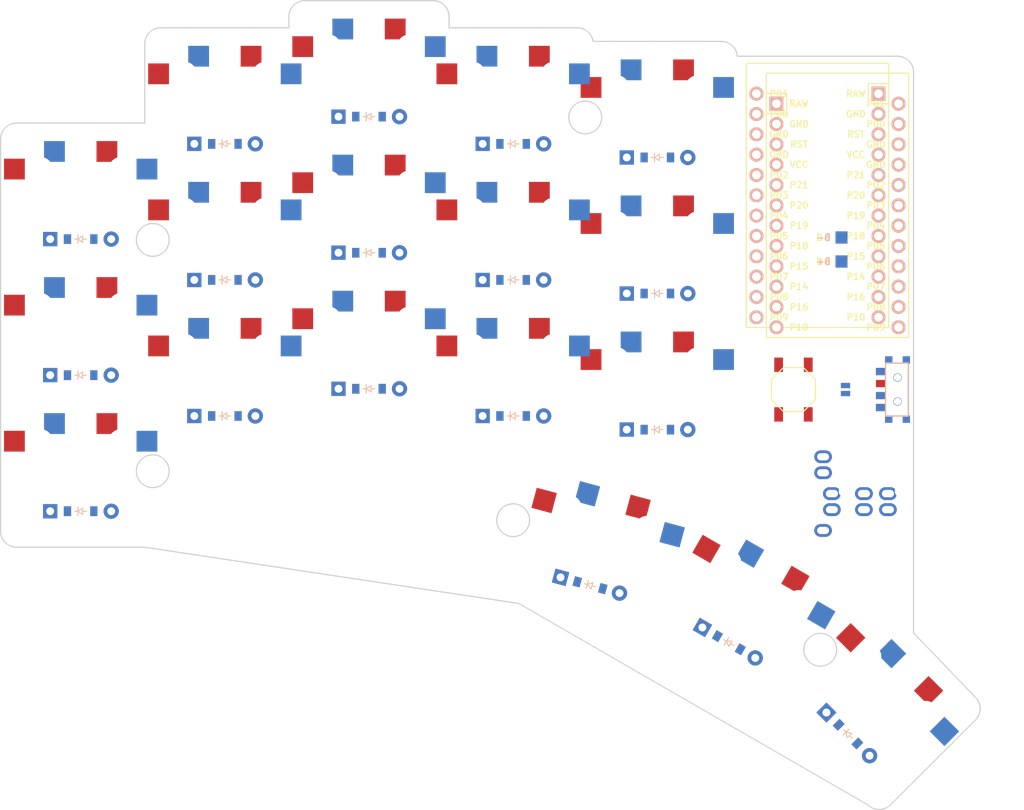
<source format=kicad_pcb>

            
(kicad_pcb (version 20171130) (host pcbnew 5.1.6)

  (page A3)
  (title_block
    (title samoklava_modified)
    (rev v1.0.0)
    (company Unknown)
  )

  (general
    (thickness 1.6)
  )

  (layers
    (0 F.Cu signal)
    (31 B.Cu signal)
    (32 B.Adhes user)
    (33 F.Adhes user)
    (34 B.Paste user)
    (35 F.Paste user)
    (36 B.SilkS user)
    (37 F.SilkS user)
    (38 B.Mask user)
    (39 F.Mask user)
    (40 Dwgs.User user)
    (41 Cmts.User user)
    (42 Eco1.User user)
    (43 Eco2.User user)
    (44 Edge.Cuts user)
    (45 Margin user)
    (46 B.CrtYd user)
    (47 F.CrtYd user)
    (48 B.Fab user)
    (49 F.Fab user)
  )

  (setup
    (last_trace_width 0.25)
    (trace_clearance 0.2)
    (zone_clearance 0.508)
    (zone_45_only no)
    (trace_min 0.2)
    (via_size 0.8)
    (via_drill 0.4)
    (via_min_size 0.4)
    (via_min_drill 0.3)
    (uvia_size 0.3)
    (uvia_drill 0.1)
    (uvias_allowed no)
    (uvia_min_size 0.2)
    (uvia_min_drill 0.1)
    (edge_width 0.05)
    (segment_width 0.2)
    (pcb_text_width 0.3)
    (pcb_text_size 1.5 1.5)
    (mod_edge_width 0.12)
    (mod_text_size 1 1)
    (mod_text_width 0.15)
    (pad_size 1.524 1.524)
    (pad_drill 0.762)
    (pad_to_mask_clearance 0.05)
    (aux_axis_origin 0 0)
    (visible_elements FFFFFF7F)
    (pcbplotparams
      (layerselection 0x010fc_ffffffff)
      (usegerberextensions false)
      (usegerberattributes true)
      (usegerberadvancedattributes true)
      (creategerberjobfile true)
      (excludeedgelayer true)
      (linewidth 0.100000)
      (plotframeref false)
      (viasonmask false)
      (mode 1)
      (useauxorigin false)
      (hpglpennumber 1)
      (hpglpenspeed 20)
      (hpglpendiameter 15.000000)
      (psnegative false)
      (psa4output false)
      (plotreference true)
      (plotvalue true)
      (plotinvisibletext false)
      (padsonsilk false)
      (subtractmaskfromsilk false)
      (outputformat 1)
      (mirror false)
      (drillshape 1)
      (scaleselection 1)
      (outputdirectory ""))
  )

            (net 0 "")
(net 1 "pinky_bottom")
(net 2 "P20")
(net 3 "P6")
(net 4 "pinky_home")
(net 5 "P5")
(net 6 "pinky_top")
(net 7 "P4")
(net 8 "ring_bottom")
(net 9 "P19")
(net 10 "ring_home")
(net 11 "ring_top")
(net 12 "middle_bottom")
(net 13 "P18")
(net 14 "middle_home")
(net 15 "middle_top")
(net 16 "index_bottom")
(net 17 "P15")
(net 18 "index_home")
(net 19 "index_top")
(net 20 "inner_bottom")
(net 21 "P14")
(net 22 "inner_home")
(net 23 "inner_top")
(net 24 "near_thumb")
(net 25 "P7")
(net 26 "home_thumb")
(net 27 "far_thumb")
(net 28 "RAW")
(net 29 "GND")
(net 30 "RST")
(net 31 "VCC")
(net 32 "P21")
(net 33 "P16")
(net 34 "P10")
(net 35 "P1")
(net 36 "P0")
(net 37 "P2")
(net 38 "P3")
(net 39 "P8")
(net 40 "P9")
(net 41 "Braw")
(net 42 "Bminus")
(net 43 "Bplus")
            
  (net_class Default "This is the default net class."
    (clearance 0.2)
    (trace_width 0.25)
    (via_dia 0.8)
    (via_drill 0.4)
    (uvia_dia 0.3)
    (uvia_drill 0.1)
    (add_net "")
(add_net "pinky_bottom")
(add_net "P20")
(add_net "P6")
(add_net "pinky_home")
(add_net "P5")
(add_net "pinky_top")
(add_net "P4")
(add_net "ring_bottom")
(add_net "P19")
(add_net "ring_home")
(add_net "ring_top")
(add_net "middle_bottom")
(add_net "P18")
(add_net "middle_home")
(add_net "middle_top")
(add_net "index_bottom")
(add_net "P15")
(add_net "index_home")
(add_net "index_top")
(add_net "inner_bottom")
(add_net "P14")
(add_net "inner_home")
(add_net "inner_top")
(add_net "near_thumb")
(add_net "P7")
(add_net "home_thumb")
(add_net "far_thumb")
(add_net "RAW")
(add_net "GND")
(add_net "RST")
(add_net "VCC")
(add_net "P21")
(add_net "P16")
(add_net "P10")
(add_net "P1")
(add_net "P0")
(add_net "P2")
(add_net "P3")
(add_net "P8")
(add_net "P9")
(add_net "Braw")
(add_net "Bminus")
(add_net "Bplus")
  )

            
        
      (module PG1350 (layer F.Cu) (tedit 5DD50112)
      (at 18 0 0)

      
      (fp_text reference "S1" (at 0 0) (layer F.SilkS) hide (effects (font (size 1.27 1.27) (thickness 0.15))))
      (fp_text value "" (at 0 0) (layer F.SilkS) hide (effects (font (size 1.27 1.27) (thickness 0.15))))

      
      (fp_line (start -7 -6) (end -7 -7) (layer Dwgs.User) (width 0.15))
      (fp_line (start -7 7) (end -6 7) (layer Dwgs.User) (width 0.15))
      (fp_line (start -6 -7) (end -7 -7) (layer Dwgs.User) (width 0.15))
      (fp_line (start -7 7) (end -7 6) (layer Dwgs.User) (width 0.15))
      (fp_line (start 7 6) (end 7 7) (layer Dwgs.User) (width 0.15))
      (fp_line (start 7 -7) (end 6 -7) (layer Dwgs.User) (width 0.15))
      (fp_line (start 6 7) (end 7 7) (layer Dwgs.User) (width 0.15))
      (fp_line (start 7 -7) (end 7 -6) (layer Dwgs.User) (width 0.15))      
      
      
      (pad "" np_thru_hole circle (at 0 0) (size 3.429 3.429) (drill 3.429) (layers *.Cu *.Mask))
        
      
      (pad "" np_thru_hole circle (at 5.5 0) (size 1.7018 1.7018) (drill 1.7018) (layers *.Cu *.Mask))
      (pad "" np_thru_hole circle (at -5.5 0) (size 1.7018 1.7018) (drill 1.7018) (layers *.Cu *.Mask))
      
        
      
      (fp_line (start -9 -8.5) (end 9 -8.5) (layer Dwgs.User) (width 0.15))
      (fp_line (start 9 -8.5) (end 9 8.5) (layer Dwgs.User) (width 0.15))
      (fp_line (start 9 8.5) (end -9 8.5) (layer Dwgs.User) (width 0.15))
      (fp_line (start -9 8.5) (end -9 -8.5) (layer Dwgs.User) (width 0.15))
      
        
          
          (pad "" np_thru_hole circle (at 5 -3.75) (size 3 3) (drill 3) (layers *.Cu *.Mask))
          (pad "" np_thru_hole circle (at 0 -5.95) (size 3 3) (drill 3) (layers *.Cu *.Mask))
      
          
          (pad 1 smd rect (at -3.275 -5.95 0) (size 2.6 2.6) (layers B.Cu B.Paste B.Mask)  (net 1 "pinky_bottom"))
          (pad 2 smd rect (at 8.275 -3.75 0) (size 2.6 2.6) (layers B.Cu B.Paste B.Mask)  (net 2 "P20"))
        
        
          
          (pad "" np_thru_hole circle (at -5 -3.75) (size 3 3) (drill 3) (layers *.Cu *.Mask))
          (pad "" np_thru_hole circle (at 0 -5.95) (size 3 3) (drill 3) (layers *.Cu *.Mask))
      
          
          (pad 1 smd rect (at 3.275 -5.95 0) (size 2.6 2.6) (layers F.Cu F.Paste F.Mask)  (net 1 "pinky_bottom"))
          (pad 2 smd rect (at -8.275 -3.75 0) (size 2.6 2.6) (layers F.Cu F.Paste F.Mask)  (net 2 "P20"))
        )
        

  
    (module ComboDiode (layer F.Cu) (tedit 5B24D78E)


        (at 18 5 0)

        
        (fp_text reference "D1" (at 0 0) (layer F.SilkS) hide (effects (font (size 1.27 1.27) (thickness 0.15))))
        (fp_text value "" (at 0 0) (layer F.SilkS) hide (effects (font (size 1.27 1.27) (thickness 0.15))))
        
        
        (fp_line (start 0.25 0) (end 0.75 0) (layer F.SilkS) (width 0.1))
        (fp_line (start 0.25 0.4) (end -0.35 0) (layer F.SilkS) (width 0.1))
        (fp_line (start 0.25 -0.4) (end 0.25 0.4) (layer F.SilkS) (width 0.1))
        (fp_line (start -0.35 0) (end 0.25 -0.4) (layer F.SilkS) (width 0.1))
        (fp_line (start -0.35 0) (end -0.35 0.55) (layer F.SilkS) (width 0.1))
        (fp_line (start -0.35 0) (end -0.35 -0.55) (layer F.SilkS) (width 0.1))
        (fp_line (start -0.75 0) (end -0.35 0) (layer F.SilkS) (width 0.1))
        (fp_line (start 0.25 0) (end 0.75 0) (layer B.SilkS) (width 0.1))
        (fp_line (start 0.25 0.4) (end -0.35 0) (layer B.SilkS) (width 0.1))
        (fp_line (start 0.25 -0.4) (end 0.25 0.4) (layer B.SilkS) (width 0.1))
        (fp_line (start -0.35 0) (end 0.25 -0.4) (layer B.SilkS) (width 0.1))
        (fp_line (start -0.35 0) (end -0.35 0.55) (layer B.SilkS) (width 0.1))
        (fp_line (start -0.35 0) (end -0.35 -0.55) (layer B.SilkS) (width 0.1))
        (fp_line (start -0.75 0) (end -0.35 0) (layer B.SilkS) (width 0.1))
    
        
        (pad 1 smd rect (at -1.65 0 0) (size 0.9 1.2) (layers F.Cu F.Paste F.Mask) (net 3 "P6"))
        (pad 2 smd rect (at 1.65 0 0) (size 0.9 1.2) (layers B.Cu B.Paste B.Mask) (net 1 "pinky_bottom"))
        (pad 1 smd rect (at -1.65 0 0) (size 0.9 1.2) (layers B.Cu B.Paste B.Mask) (net 3 "P6"))
        (pad 2 smd rect (at 1.65 0 0) (size 0.9 1.2) (layers F.Cu F.Paste F.Mask) (net 1 "pinky_bottom"))
        
        
        (pad 1 thru_hole circle (at 3.81 0 0) (size 1.905 1.905) (drill 0.9906) (layers *.Cu *.Mask) (net 1 "pinky_bottom"))
        (pad 2 thru_hole rect (at -3.81 0 0) (size 1.778 1.778) (drill 0.9906) (layers *.Cu *.Mask) (net 3 "P6"))
    )
  
    

        
      (module PG1350 (layer F.Cu) (tedit 5DD50112)
      (at 18 -17 0)

      
      (fp_text reference "S2" (at 0 0) (layer F.SilkS) hide (effects (font (size 1.27 1.27) (thickness 0.15))))
      (fp_text value "" (at 0 0) (layer F.SilkS) hide (effects (font (size 1.27 1.27) (thickness 0.15))))

      
      (fp_line (start -7 -6) (end -7 -7) (layer Dwgs.User) (width 0.15))
      (fp_line (start -7 7) (end -6 7) (layer Dwgs.User) (width 0.15))
      (fp_line (start -6 -7) (end -7 -7) (layer Dwgs.User) (width 0.15))
      (fp_line (start -7 7) (end -7 6) (layer Dwgs.User) (width 0.15))
      (fp_line (start 7 6) (end 7 7) (layer Dwgs.User) (width 0.15))
      (fp_line (start 7 -7) (end 6 -7) (layer Dwgs.User) (width 0.15))
      (fp_line (start 6 7) (end 7 7) (layer Dwgs.User) (width 0.15))
      (fp_line (start 7 -7) (end 7 -6) (layer Dwgs.User) (width 0.15))      
      
      
      (pad "" np_thru_hole circle (at 0 0) (size 3.429 3.429) (drill 3.429) (layers *.Cu *.Mask))
        
      
      (pad "" np_thru_hole circle (at 5.5 0) (size 1.7018 1.7018) (drill 1.7018) (layers *.Cu *.Mask))
      (pad "" np_thru_hole circle (at -5.5 0) (size 1.7018 1.7018) (drill 1.7018) (layers *.Cu *.Mask))
      
        
      
      (fp_line (start -9 -8.5) (end 9 -8.5) (layer Dwgs.User) (width 0.15))
      (fp_line (start 9 -8.5) (end 9 8.5) (layer Dwgs.User) (width 0.15))
      (fp_line (start 9 8.5) (end -9 8.5) (layer Dwgs.User) (width 0.15))
      (fp_line (start -9 8.5) (end -9 -8.5) (layer Dwgs.User) (width 0.15))
      
        
          
          (pad "" np_thru_hole circle (at 5 -3.75) (size 3 3) (drill 3) (layers *.Cu *.Mask))
          (pad "" np_thru_hole circle (at 0 -5.95) (size 3 3) (drill 3) (layers *.Cu *.Mask))
      
          
          (pad 1 smd rect (at -3.275 -5.95 0) (size 2.6 2.6) (layers B.Cu B.Paste B.Mask)  (net 4 "pinky_home"))
          (pad 2 smd rect (at 8.275 -3.75 0) (size 2.6 2.6) (layers B.Cu B.Paste B.Mask)  (net 2 "P20"))
        
        
          
          (pad "" np_thru_hole circle (at -5 -3.75) (size 3 3) (drill 3) (layers *.Cu *.Mask))
          (pad "" np_thru_hole circle (at 0 -5.95) (size 3 3) (drill 3) (layers *.Cu *.Mask))
      
          
          (pad 1 smd rect (at 3.275 -5.95 0) (size 2.6 2.6) (layers F.Cu F.Paste F.Mask)  (net 4 "pinky_home"))
          (pad 2 smd rect (at -8.275 -3.75 0) (size 2.6 2.6) (layers F.Cu F.Paste F.Mask)  (net 2 "P20"))
        )
        

  
    (module ComboDiode (layer F.Cu) (tedit 5B24D78E)


        (at 18 -12 0)

        
        (fp_text reference "D2" (at 0 0) (layer F.SilkS) hide (effects (font (size 1.27 1.27) (thickness 0.15))))
        (fp_text value "" (at 0 0) (layer F.SilkS) hide (effects (font (size 1.27 1.27) (thickness 0.15))))
        
        
        (fp_line (start 0.25 0) (end 0.75 0) (layer F.SilkS) (width 0.1))
        (fp_line (start 0.25 0.4) (end -0.35 0) (layer F.SilkS) (width 0.1))
        (fp_line (start 0.25 -0.4) (end 0.25 0.4) (layer F.SilkS) (width 0.1))
        (fp_line (start -0.35 0) (end 0.25 -0.4) (layer F.SilkS) (width 0.1))
        (fp_line (start -0.35 0) (end -0.35 0.55) (layer F.SilkS) (width 0.1))
        (fp_line (start -0.35 0) (end -0.35 -0.55) (layer F.SilkS) (width 0.1))
        (fp_line (start -0.75 0) (end -0.35 0) (layer F.SilkS) (width 0.1))
        (fp_line (start 0.25 0) (end 0.75 0) (layer B.SilkS) (width 0.1))
        (fp_line (start 0.25 0.4) (end -0.35 0) (layer B.SilkS) (width 0.1))
        (fp_line (start 0.25 -0.4) (end 0.25 0.4) (layer B.SilkS) (width 0.1))
        (fp_line (start -0.35 0) (end 0.25 -0.4) (layer B.SilkS) (width 0.1))
        (fp_line (start -0.35 0) (end -0.35 0.55) (layer B.SilkS) (width 0.1))
        (fp_line (start -0.35 0) (end -0.35 -0.55) (layer B.SilkS) (width 0.1))
        (fp_line (start -0.75 0) (end -0.35 0) (layer B.SilkS) (width 0.1))
    
        
        (pad 1 smd rect (at -1.65 0 0) (size 0.9 1.2) (layers F.Cu F.Paste F.Mask) (net 5 "P5"))
        (pad 2 smd rect (at 1.65 0 0) (size 0.9 1.2) (layers B.Cu B.Paste B.Mask) (net 4 "pinky_home"))
        (pad 1 smd rect (at -1.65 0 0) (size 0.9 1.2) (layers B.Cu B.Paste B.Mask) (net 5 "P5"))
        (pad 2 smd rect (at 1.65 0 0) (size 0.9 1.2) (layers F.Cu F.Paste F.Mask) (net 4 "pinky_home"))
        
        
        (pad 1 thru_hole circle (at 3.81 0 0) (size 1.905 1.905) (drill 0.9906) (layers *.Cu *.Mask) (net 4 "pinky_home"))
        (pad 2 thru_hole rect (at -3.81 0 0) (size 1.778 1.778) (drill 0.9906) (layers *.Cu *.Mask) (net 5 "P5"))
    )
  
    

        
      (module PG1350 (layer F.Cu) (tedit 5DD50112)
      (at 18 -34 0)

      
      (fp_text reference "S3" (at 0 0) (layer F.SilkS) hide (effects (font (size 1.27 1.27) (thickness 0.15))))
      (fp_text value "" (at 0 0) (layer F.SilkS) hide (effects (font (size 1.27 1.27) (thickness 0.15))))

      
      (fp_line (start -7 -6) (end -7 -7) (layer Dwgs.User) (width 0.15))
      (fp_line (start -7 7) (end -6 7) (layer Dwgs.User) (width 0.15))
      (fp_line (start -6 -7) (end -7 -7) (layer Dwgs.User) (width 0.15))
      (fp_line (start -7 7) (end -7 6) (layer Dwgs.User) (width 0.15))
      (fp_line (start 7 6) (end 7 7) (layer Dwgs.User) (width 0.15))
      (fp_line (start 7 -7) (end 6 -7) (layer Dwgs.User) (width 0.15))
      (fp_line (start 6 7) (end 7 7) (layer Dwgs.User) (width 0.15))
      (fp_line (start 7 -7) (end 7 -6) (layer Dwgs.User) (width 0.15))      
      
      
      (pad "" np_thru_hole circle (at 0 0) (size 3.429 3.429) (drill 3.429) (layers *.Cu *.Mask))
        
      
      (pad "" np_thru_hole circle (at 5.5 0) (size 1.7018 1.7018) (drill 1.7018) (layers *.Cu *.Mask))
      (pad "" np_thru_hole circle (at -5.5 0) (size 1.7018 1.7018) (drill 1.7018) (layers *.Cu *.Mask))
      
        
      
      (fp_line (start -9 -8.5) (end 9 -8.5) (layer Dwgs.User) (width 0.15))
      (fp_line (start 9 -8.5) (end 9 8.5) (layer Dwgs.User) (width 0.15))
      (fp_line (start 9 8.5) (end -9 8.5) (layer Dwgs.User) (width 0.15))
      (fp_line (start -9 8.5) (end -9 -8.5) (layer Dwgs.User) (width 0.15))
      
        
          
          (pad "" np_thru_hole circle (at 5 -3.75) (size 3 3) (drill 3) (layers *.Cu *.Mask))
          (pad "" np_thru_hole circle (at 0 -5.95) (size 3 3) (drill 3) (layers *.Cu *.Mask))
      
          
          (pad 1 smd rect (at -3.275 -5.95 0) (size 2.6 2.6) (layers B.Cu B.Paste B.Mask)  (net 6 "pinky_top"))
          (pad 2 smd rect (at 8.275 -3.75 0) (size 2.6 2.6) (layers B.Cu B.Paste B.Mask)  (net 2 "P20"))
        
        
          
          (pad "" np_thru_hole circle (at -5 -3.75) (size 3 3) (drill 3) (layers *.Cu *.Mask))
          (pad "" np_thru_hole circle (at 0 -5.95) (size 3 3) (drill 3) (layers *.Cu *.Mask))
      
          
          (pad 1 smd rect (at 3.275 -5.95 0) (size 2.6 2.6) (layers F.Cu F.Paste F.Mask)  (net 6 "pinky_top"))
          (pad 2 smd rect (at -8.275 -3.75 0) (size 2.6 2.6) (layers F.Cu F.Paste F.Mask)  (net 2 "P20"))
        )
        

  
    (module ComboDiode (layer F.Cu) (tedit 5B24D78E)


        (at 18 -29 0)

        
        (fp_text reference "D3" (at 0 0) (layer F.SilkS) hide (effects (font (size 1.27 1.27) (thickness 0.15))))
        (fp_text value "" (at 0 0) (layer F.SilkS) hide (effects (font (size 1.27 1.27) (thickness 0.15))))
        
        
        (fp_line (start 0.25 0) (end 0.75 0) (layer F.SilkS) (width 0.1))
        (fp_line (start 0.25 0.4) (end -0.35 0) (layer F.SilkS) (width 0.1))
        (fp_line (start 0.25 -0.4) (end 0.25 0.4) (layer F.SilkS) (width 0.1))
        (fp_line (start -0.35 0) (end 0.25 -0.4) (layer F.SilkS) (width 0.1))
        (fp_line (start -0.35 0) (end -0.35 0.55) (layer F.SilkS) (width 0.1))
        (fp_line (start -0.35 0) (end -0.35 -0.55) (layer F.SilkS) (width 0.1))
        (fp_line (start -0.75 0) (end -0.35 0) (layer F.SilkS) (width 0.1))
        (fp_line (start 0.25 0) (end 0.75 0) (layer B.SilkS) (width 0.1))
        (fp_line (start 0.25 0.4) (end -0.35 0) (layer B.SilkS) (width 0.1))
        (fp_line (start 0.25 -0.4) (end 0.25 0.4) (layer B.SilkS) (width 0.1))
        (fp_line (start -0.35 0) (end 0.25 -0.4) (layer B.SilkS) (width 0.1))
        (fp_line (start -0.35 0) (end -0.35 0.55) (layer B.SilkS) (width 0.1))
        (fp_line (start -0.35 0) (end -0.35 -0.55) (layer B.SilkS) (width 0.1))
        (fp_line (start -0.75 0) (end -0.35 0) (layer B.SilkS) (width 0.1))
    
        
        (pad 1 smd rect (at -1.65 0 0) (size 0.9 1.2) (layers F.Cu F.Paste F.Mask) (net 7 "P4"))
        (pad 2 smd rect (at 1.65 0 0) (size 0.9 1.2) (layers B.Cu B.Paste B.Mask) (net 6 "pinky_top"))
        (pad 1 smd rect (at -1.65 0 0) (size 0.9 1.2) (layers B.Cu B.Paste B.Mask) (net 7 "P4"))
        (pad 2 smd rect (at 1.65 0 0) (size 0.9 1.2) (layers F.Cu F.Paste F.Mask) (net 6 "pinky_top"))
        
        
        (pad 1 thru_hole circle (at 3.81 0 0) (size 1.905 1.905) (drill 0.9906) (layers *.Cu *.Mask) (net 6 "pinky_top"))
        (pad 2 thru_hole rect (at -3.81 0 0) (size 1.778 1.778) (drill 0.9906) (layers *.Cu *.Mask) (net 7 "P4"))
    )
  
    

        
      (module PG1350 (layer F.Cu) (tedit 5DD50112)
      (at 36 -11.9 0)

      
      (fp_text reference "S4" (at 0 0) (layer F.SilkS) hide (effects (font (size 1.27 1.27) (thickness 0.15))))
      (fp_text value "" (at 0 0) (layer F.SilkS) hide (effects (font (size 1.27 1.27) (thickness 0.15))))

      
      (fp_line (start -7 -6) (end -7 -7) (layer Dwgs.User) (width 0.15))
      (fp_line (start -7 7) (end -6 7) (layer Dwgs.User) (width 0.15))
      (fp_line (start -6 -7) (end -7 -7) (layer Dwgs.User) (width 0.15))
      (fp_line (start -7 7) (end -7 6) (layer Dwgs.User) (width 0.15))
      (fp_line (start 7 6) (end 7 7) (layer Dwgs.User) (width 0.15))
      (fp_line (start 7 -7) (end 6 -7) (layer Dwgs.User) (width 0.15))
      (fp_line (start 6 7) (end 7 7) (layer Dwgs.User) (width 0.15))
      (fp_line (start 7 -7) (end 7 -6) (layer Dwgs.User) (width 0.15))      
      
      
      (pad "" np_thru_hole circle (at 0 0) (size 3.429 3.429) (drill 3.429) (layers *.Cu *.Mask))
        
      
      (pad "" np_thru_hole circle (at 5.5 0) (size 1.7018 1.7018) (drill 1.7018) (layers *.Cu *.Mask))
      (pad "" np_thru_hole circle (at -5.5 0) (size 1.7018 1.7018) (drill 1.7018) (layers *.Cu *.Mask))
      
        
      
      (fp_line (start -9 -8.5) (end 9 -8.5) (layer Dwgs.User) (width 0.15))
      (fp_line (start 9 -8.5) (end 9 8.5) (layer Dwgs.User) (width 0.15))
      (fp_line (start 9 8.5) (end -9 8.5) (layer Dwgs.User) (width 0.15))
      (fp_line (start -9 8.5) (end -9 -8.5) (layer Dwgs.User) (width 0.15))
      
        
          
          (pad "" np_thru_hole circle (at 5 -3.75) (size 3 3) (drill 3) (layers *.Cu *.Mask))
          (pad "" np_thru_hole circle (at 0 -5.95) (size 3 3) (drill 3) (layers *.Cu *.Mask))
      
          
          (pad 1 smd rect (at -3.275 -5.95 0) (size 2.6 2.6) (layers B.Cu B.Paste B.Mask)  (net 8 "ring_bottom"))
          (pad 2 smd rect (at 8.275 -3.75 0) (size 2.6 2.6) (layers B.Cu B.Paste B.Mask)  (net 9 "P19"))
        
        
          
          (pad "" np_thru_hole circle (at -5 -3.75) (size 3 3) (drill 3) (layers *.Cu *.Mask))
          (pad "" np_thru_hole circle (at 0 -5.95) (size 3 3) (drill 3) (layers *.Cu *.Mask))
      
          
          (pad 1 smd rect (at 3.275 -5.95 0) (size 2.6 2.6) (layers F.Cu F.Paste F.Mask)  (net 8 "ring_bottom"))
          (pad 2 smd rect (at -8.275 -3.75 0) (size 2.6 2.6) (layers F.Cu F.Paste F.Mask)  (net 9 "P19"))
        )
        

  
    (module ComboDiode (layer F.Cu) (tedit 5B24D78E)


        (at 36 -6.9 0)

        
        (fp_text reference "D4" (at 0 0) (layer F.SilkS) hide (effects (font (size 1.27 1.27) (thickness 0.15))))
        (fp_text value "" (at 0 0) (layer F.SilkS) hide (effects (font (size 1.27 1.27) (thickness 0.15))))
        
        
        (fp_line (start 0.25 0) (end 0.75 0) (layer F.SilkS) (width 0.1))
        (fp_line (start 0.25 0.4) (end -0.35 0) (layer F.SilkS) (width 0.1))
        (fp_line (start 0.25 -0.4) (end 0.25 0.4) (layer F.SilkS) (width 0.1))
        (fp_line (start -0.35 0) (end 0.25 -0.4) (layer F.SilkS) (width 0.1))
        (fp_line (start -0.35 0) (end -0.35 0.55) (layer F.SilkS) (width 0.1))
        (fp_line (start -0.35 0) (end -0.35 -0.55) (layer F.SilkS) (width 0.1))
        (fp_line (start -0.75 0) (end -0.35 0) (layer F.SilkS) (width 0.1))
        (fp_line (start 0.25 0) (end 0.75 0) (layer B.SilkS) (width 0.1))
        (fp_line (start 0.25 0.4) (end -0.35 0) (layer B.SilkS) (width 0.1))
        (fp_line (start 0.25 -0.4) (end 0.25 0.4) (layer B.SilkS) (width 0.1))
        (fp_line (start -0.35 0) (end 0.25 -0.4) (layer B.SilkS) (width 0.1))
        (fp_line (start -0.35 0) (end -0.35 0.55) (layer B.SilkS) (width 0.1))
        (fp_line (start -0.35 0) (end -0.35 -0.55) (layer B.SilkS) (width 0.1))
        (fp_line (start -0.75 0) (end -0.35 0) (layer B.SilkS) (width 0.1))
    
        
        (pad 1 smd rect (at -1.65 0 0) (size 0.9 1.2) (layers F.Cu F.Paste F.Mask) (net 3 "P6"))
        (pad 2 smd rect (at 1.65 0 0) (size 0.9 1.2) (layers B.Cu B.Paste B.Mask) (net 8 "ring_bottom"))
        (pad 1 smd rect (at -1.65 0 0) (size 0.9 1.2) (layers B.Cu B.Paste B.Mask) (net 3 "P6"))
        (pad 2 smd rect (at 1.65 0 0) (size 0.9 1.2) (layers F.Cu F.Paste F.Mask) (net 8 "ring_bottom"))
        
        
        (pad 1 thru_hole circle (at 3.81 0 0) (size 1.905 1.905) (drill 0.9906) (layers *.Cu *.Mask) (net 8 "ring_bottom"))
        (pad 2 thru_hole rect (at -3.81 0 0) (size 1.778 1.778) (drill 0.9906) (layers *.Cu *.Mask) (net 3 "P6"))
    )
  
    

        
      (module PG1350 (layer F.Cu) (tedit 5DD50112)
      (at 36 -28.9 0)

      
      (fp_text reference "S5" (at 0 0) (layer F.SilkS) hide (effects (font (size 1.27 1.27) (thickness 0.15))))
      (fp_text value "" (at 0 0) (layer F.SilkS) hide (effects (font (size 1.27 1.27) (thickness 0.15))))

      
      (fp_line (start -7 -6) (end -7 -7) (layer Dwgs.User) (width 0.15))
      (fp_line (start -7 7) (end -6 7) (layer Dwgs.User) (width 0.15))
      (fp_line (start -6 -7) (end -7 -7) (layer Dwgs.User) (width 0.15))
      (fp_line (start -7 7) (end -7 6) (layer Dwgs.User) (width 0.15))
      (fp_line (start 7 6) (end 7 7) (layer Dwgs.User) (width 0.15))
      (fp_line (start 7 -7) (end 6 -7) (layer Dwgs.User) (width 0.15))
      (fp_line (start 6 7) (end 7 7) (layer Dwgs.User) (width 0.15))
      (fp_line (start 7 -7) (end 7 -6) (layer Dwgs.User) (width 0.15))      
      
      
      (pad "" np_thru_hole circle (at 0 0) (size 3.429 3.429) (drill 3.429) (layers *.Cu *.Mask))
        
      
      (pad "" np_thru_hole circle (at 5.5 0) (size 1.7018 1.7018) (drill 1.7018) (layers *.Cu *.Mask))
      (pad "" np_thru_hole circle (at -5.5 0) (size 1.7018 1.7018) (drill 1.7018) (layers *.Cu *.Mask))
      
        
      
      (fp_line (start -9 -8.5) (end 9 -8.5) (layer Dwgs.User) (width 0.15))
      (fp_line (start 9 -8.5) (end 9 8.5) (layer Dwgs.User) (width 0.15))
      (fp_line (start 9 8.5) (end -9 8.5) (layer Dwgs.User) (width 0.15))
      (fp_line (start -9 8.5) (end -9 -8.5) (layer Dwgs.User) (width 0.15))
      
        
          
          (pad "" np_thru_hole circle (at 5 -3.75) (size 3 3) (drill 3) (layers *.Cu *.Mask))
          (pad "" np_thru_hole circle (at 0 -5.95) (size 3 3) (drill 3) (layers *.Cu *.Mask))
      
          
          (pad 1 smd rect (at -3.275 -5.95 0) (size 2.6 2.6) (layers B.Cu B.Paste B.Mask)  (net 10 "ring_home"))
          (pad 2 smd rect (at 8.275 -3.75 0) (size 2.6 2.6) (layers B.Cu B.Paste B.Mask)  (net 9 "P19"))
        
        
          
          (pad "" np_thru_hole circle (at -5 -3.75) (size 3 3) (drill 3) (layers *.Cu *.Mask))
          (pad "" np_thru_hole circle (at 0 -5.95) (size 3 3) (drill 3) (layers *.Cu *.Mask))
      
          
          (pad 1 smd rect (at 3.275 -5.95 0) (size 2.6 2.6) (layers F.Cu F.Paste F.Mask)  (net 10 "ring_home"))
          (pad 2 smd rect (at -8.275 -3.75 0) (size 2.6 2.6) (layers F.Cu F.Paste F.Mask)  (net 9 "P19"))
        )
        

  
    (module ComboDiode (layer F.Cu) (tedit 5B24D78E)


        (at 36 -23.9 0)

        
        (fp_text reference "D5" (at 0 0) (layer F.SilkS) hide (effects (font (size 1.27 1.27) (thickness 0.15))))
        (fp_text value "" (at 0 0) (layer F.SilkS) hide (effects (font (size 1.27 1.27) (thickness 0.15))))
        
        
        (fp_line (start 0.25 0) (end 0.75 0) (layer F.SilkS) (width 0.1))
        (fp_line (start 0.25 0.4) (end -0.35 0) (layer F.SilkS) (width 0.1))
        (fp_line (start 0.25 -0.4) (end 0.25 0.4) (layer F.SilkS) (width 0.1))
        (fp_line (start -0.35 0) (end 0.25 -0.4) (layer F.SilkS) (width 0.1))
        (fp_line (start -0.35 0) (end -0.35 0.55) (layer F.SilkS) (width 0.1))
        (fp_line (start -0.35 0) (end -0.35 -0.55) (layer F.SilkS) (width 0.1))
        (fp_line (start -0.75 0) (end -0.35 0) (layer F.SilkS) (width 0.1))
        (fp_line (start 0.25 0) (end 0.75 0) (layer B.SilkS) (width 0.1))
        (fp_line (start 0.25 0.4) (end -0.35 0) (layer B.SilkS) (width 0.1))
        (fp_line (start 0.25 -0.4) (end 0.25 0.4) (layer B.SilkS) (width 0.1))
        (fp_line (start -0.35 0) (end 0.25 -0.4) (layer B.SilkS) (width 0.1))
        (fp_line (start -0.35 0) (end -0.35 0.55) (layer B.SilkS) (width 0.1))
        (fp_line (start -0.35 0) (end -0.35 -0.55) (layer B.SilkS) (width 0.1))
        (fp_line (start -0.75 0) (end -0.35 0) (layer B.SilkS) (width 0.1))
    
        
        (pad 1 smd rect (at -1.65 0 0) (size 0.9 1.2) (layers F.Cu F.Paste F.Mask) (net 5 "P5"))
        (pad 2 smd rect (at 1.65 0 0) (size 0.9 1.2) (layers B.Cu B.Paste B.Mask) (net 10 "ring_home"))
        (pad 1 smd rect (at -1.65 0 0) (size 0.9 1.2) (layers B.Cu B.Paste B.Mask) (net 5 "P5"))
        (pad 2 smd rect (at 1.65 0 0) (size 0.9 1.2) (layers F.Cu F.Paste F.Mask) (net 10 "ring_home"))
        
        
        (pad 1 thru_hole circle (at 3.81 0 0) (size 1.905 1.905) (drill 0.9906) (layers *.Cu *.Mask) (net 10 "ring_home"))
        (pad 2 thru_hole rect (at -3.81 0 0) (size 1.778 1.778) (drill 0.9906) (layers *.Cu *.Mask) (net 5 "P5"))
    )
  
    

        
      (module PG1350 (layer F.Cu) (tedit 5DD50112)
      (at 36 -45.9 0)

      
      (fp_text reference "S6" (at 0 0) (layer F.SilkS) hide (effects (font (size 1.27 1.27) (thickness 0.15))))
      (fp_text value "" (at 0 0) (layer F.SilkS) hide (effects (font (size 1.27 1.27) (thickness 0.15))))

      
      (fp_line (start -7 -6) (end -7 -7) (layer Dwgs.User) (width 0.15))
      (fp_line (start -7 7) (end -6 7) (layer Dwgs.User) (width 0.15))
      (fp_line (start -6 -7) (end -7 -7) (layer Dwgs.User) (width 0.15))
      (fp_line (start -7 7) (end -7 6) (layer Dwgs.User) (width 0.15))
      (fp_line (start 7 6) (end 7 7) (layer Dwgs.User) (width 0.15))
      (fp_line (start 7 -7) (end 6 -7) (layer Dwgs.User) (width 0.15))
      (fp_line (start 6 7) (end 7 7) (layer Dwgs.User) (width 0.15))
      (fp_line (start 7 -7) (end 7 -6) (layer Dwgs.User) (width 0.15))      
      
      
      (pad "" np_thru_hole circle (at 0 0) (size 3.429 3.429) (drill 3.429) (layers *.Cu *.Mask))
        
      
      (pad "" np_thru_hole circle (at 5.5 0) (size 1.7018 1.7018) (drill 1.7018) (layers *.Cu *.Mask))
      (pad "" np_thru_hole circle (at -5.5 0) (size 1.7018 1.7018) (drill 1.7018) (layers *.Cu *.Mask))
      
        
      
      (fp_line (start -9 -8.5) (end 9 -8.5) (layer Dwgs.User) (width 0.15))
      (fp_line (start 9 -8.5) (end 9 8.5) (layer Dwgs.User) (width 0.15))
      (fp_line (start 9 8.5) (end -9 8.5) (layer Dwgs.User) (width 0.15))
      (fp_line (start -9 8.5) (end -9 -8.5) (layer Dwgs.User) (width 0.15))
      
        
          
          (pad "" np_thru_hole circle (at 5 -3.75) (size 3 3) (drill 3) (layers *.Cu *.Mask))
          (pad "" np_thru_hole circle (at 0 -5.95) (size 3 3) (drill 3) (layers *.Cu *.Mask))
      
          
          (pad 1 smd rect (at -3.275 -5.95 0) (size 2.6 2.6) (layers B.Cu B.Paste B.Mask)  (net 11 "ring_top"))
          (pad 2 smd rect (at 8.275 -3.75 0) (size 2.6 2.6) (layers B.Cu B.Paste B.Mask)  (net 9 "P19"))
        
        
          
          (pad "" np_thru_hole circle (at -5 -3.75) (size 3 3) (drill 3) (layers *.Cu *.Mask))
          (pad "" np_thru_hole circle (at 0 -5.95) (size 3 3) (drill 3) (layers *.Cu *.Mask))
      
          
          (pad 1 smd rect (at 3.275 -5.95 0) (size 2.6 2.6) (layers F.Cu F.Paste F.Mask)  (net 11 "ring_top"))
          (pad 2 smd rect (at -8.275 -3.75 0) (size 2.6 2.6) (layers F.Cu F.Paste F.Mask)  (net 9 "P19"))
        )
        

  
    (module ComboDiode (layer F.Cu) (tedit 5B24D78E)


        (at 36 -40.9 0)

        
        (fp_text reference "D6" (at 0 0) (layer F.SilkS) hide (effects (font (size 1.27 1.27) (thickness 0.15))))
        (fp_text value "" (at 0 0) (layer F.SilkS) hide (effects (font (size 1.27 1.27) (thickness 0.15))))
        
        
        (fp_line (start 0.25 0) (end 0.75 0) (layer F.SilkS) (width 0.1))
        (fp_line (start 0.25 0.4) (end -0.35 0) (layer F.SilkS) (width 0.1))
        (fp_line (start 0.25 -0.4) (end 0.25 0.4) (layer F.SilkS) (width 0.1))
        (fp_line (start -0.35 0) (end 0.25 -0.4) (layer F.SilkS) (width 0.1))
        (fp_line (start -0.35 0) (end -0.35 0.55) (layer F.SilkS) (width 0.1))
        (fp_line (start -0.35 0) (end -0.35 -0.55) (layer F.SilkS) (width 0.1))
        (fp_line (start -0.75 0) (end -0.35 0) (layer F.SilkS) (width 0.1))
        (fp_line (start 0.25 0) (end 0.75 0) (layer B.SilkS) (width 0.1))
        (fp_line (start 0.25 0.4) (end -0.35 0) (layer B.SilkS) (width 0.1))
        (fp_line (start 0.25 -0.4) (end 0.25 0.4) (layer B.SilkS) (width 0.1))
        (fp_line (start -0.35 0) (end 0.25 -0.4) (layer B.SilkS) (width 0.1))
        (fp_line (start -0.35 0) (end -0.35 0.55) (layer B.SilkS) (width 0.1))
        (fp_line (start -0.35 0) (end -0.35 -0.55) (layer B.SilkS) (width 0.1))
        (fp_line (start -0.75 0) (end -0.35 0) (layer B.SilkS) (width 0.1))
    
        
        (pad 1 smd rect (at -1.65 0 0) (size 0.9 1.2) (layers F.Cu F.Paste F.Mask) (net 7 "P4"))
        (pad 2 smd rect (at 1.65 0 0) (size 0.9 1.2) (layers B.Cu B.Paste B.Mask) (net 11 "ring_top"))
        (pad 1 smd rect (at -1.65 0 0) (size 0.9 1.2) (layers B.Cu B.Paste B.Mask) (net 7 "P4"))
        (pad 2 smd rect (at 1.65 0 0) (size 0.9 1.2) (layers F.Cu F.Paste F.Mask) (net 11 "ring_top"))
        
        
        (pad 1 thru_hole circle (at 3.81 0 0) (size 1.905 1.905) (drill 0.9906) (layers *.Cu *.Mask) (net 11 "ring_top"))
        (pad 2 thru_hole rect (at -3.81 0 0) (size 1.778 1.778) (drill 0.9906) (layers *.Cu *.Mask) (net 7 "P4"))
    )
  
    

        
      (module PG1350 (layer F.Cu) (tedit 5DD50112)
      (at 54 -15.3 0)

      
      (fp_text reference "S7" (at 0 0) (layer F.SilkS) hide (effects (font (size 1.27 1.27) (thickness 0.15))))
      (fp_text value "" (at 0 0) (layer F.SilkS) hide (effects (font (size 1.27 1.27) (thickness 0.15))))

      
      (fp_line (start -7 -6) (end -7 -7) (layer Dwgs.User) (width 0.15))
      (fp_line (start -7 7) (end -6 7) (layer Dwgs.User) (width 0.15))
      (fp_line (start -6 -7) (end -7 -7) (layer Dwgs.User) (width 0.15))
      (fp_line (start -7 7) (end -7 6) (layer Dwgs.User) (width 0.15))
      (fp_line (start 7 6) (end 7 7) (layer Dwgs.User) (width 0.15))
      (fp_line (start 7 -7) (end 6 -7) (layer Dwgs.User) (width 0.15))
      (fp_line (start 6 7) (end 7 7) (layer Dwgs.User) (width 0.15))
      (fp_line (start 7 -7) (end 7 -6) (layer Dwgs.User) (width 0.15))      
      
      
      (pad "" np_thru_hole circle (at 0 0) (size 3.429 3.429) (drill 3.429) (layers *.Cu *.Mask))
        
      
      (pad "" np_thru_hole circle (at 5.5 0) (size 1.7018 1.7018) (drill 1.7018) (layers *.Cu *.Mask))
      (pad "" np_thru_hole circle (at -5.5 0) (size 1.7018 1.7018) (drill 1.7018) (layers *.Cu *.Mask))
      
        
      
      (fp_line (start -9 -8.5) (end 9 -8.5) (layer Dwgs.User) (width 0.15))
      (fp_line (start 9 -8.5) (end 9 8.5) (layer Dwgs.User) (width 0.15))
      (fp_line (start 9 8.5) (end -9 8.5) (layer Dwgs.User) (width 0.15))
      (fp_line (start -9 8.5) (end -9 -8.5) (layer Dwgs.User) (width 0.15))
      
        
          
          (pad "" np_thru_hole circle (at 5 -3.75) (size 3 3) (drill 3) (layers *.Cu *.Mask))
          (pad "" np_thru_hole circle (at 0 -5.95) (size 3 3) (drill 3) (layers *.Cu *.Mask))
      
          
          (pad 1 smd rect (at -3.275 -5.95 0) (size 2.6 2.6) (layers B.Cu B.Paste B.Mask)  (net 12 "middle_bottom"))
          (pad 2 smd rect (at 8.275 -3.75 0) (size 2.6 2.6) (layers B.Cu B.Paste B.Mask)  (net 13 "P18"))
        
        
          
          (pad "" np_thru_hole circle (at -5 -3.75) (size 3 3) (drill 3) (layers *.Cu *.Mask))
          (pad "" np_thru_hole circle (at 0 -5.95) (size 3 3) (drill 3) (layers *.Cu *.Mask))
      
          
          (pad 1 smd rect (at 3.275 -5.95 0) (size 2.6 2.6) (layers F.Cu F.Paste F.Mask)  (net 12 "middle_bottom"))
          (pad 2 smd rect (at -8.275 -3.75 0) (size 2.6 2.6) (layers F.Cu F.Paste F.Mask)  (net 13 "P18"))
        )
        

  
    (module ComboDiode (layer F.Cu) (tedit 5B24D78E)


        (at 54 -10.3 0)

        
        (fp_text reference "D7" (at 0 0) (layer F.SilkS) hide (effects (font (size 1.27 1.27) (thickness 0.15))))
        (fp_text value "" (at 0 0) (layer F.SilkS) hide (effects (font (size 1.27 1.27) (thickness 0.15))))
        
        
        (fp_line (start 0.25 0) (end 0.75 0) (layer F.SilkS) (width 0.1))
        (fp_line (start 0.25 0.4) (end -0.35 0) (layer F.SilkS) (width 0.1))
        (fp_line (start 0.25 -0.4) (end 0.25 0.4) (layer F.SilkS) (width 0.1))
        (fp_line (start -0.35 0) (end 0.25 -0.4) (layer F.SilkS) (width 0.1))
        (fp_line (start -0.35 0) (end -0.35 0.55) (layer F.SilkS) (width 0.1))
        (fp_line (start -0.35 0) (end -0.35 -0.55) (layer F.SilkS) (width 0.1))
        (fp_line (start -0.75 0) (end -0.35 0) (layer F.SilkS) (width 0.1))
        (fp_line (start 0.25 0) (end 0.75 0) (layer B.SilkS) (width 0.1))
        (fp_line (start 0.25 0.4) (end -0.35 0) (layer B.SilkS) (width 0.1))
        (fp_line (start 0.25 -0.4) (end 0.25 0.4) (layer B.SilkS) (width 0.1))
        (fp_line (start -0.35 0) (end 0.25 -0.4) (layer B.SilkS) (width 0.1))
        (fp_line (start -0.35 0) (end -0.35 0.55) (layer B.SilkS) (width 0.1))
        (fp_line (start -0.35 0) (end -0.35 -0.55) (layer B.SilkS) (width 0.1))
        (fp_line (start -0.75 0) (end -0.35 0) (layer B.SilkS) (width 0.1))
    
        
        (pad 1 smd rect (at -1.65 0 0) (size 0.9 1.2) (layers F.Cu F.Paste F.Mask) (net 3 "P6"))
        (pad 2 smd rect (at 1.65 0 0) (size 0.9 1.2) (layers B.Cu B.Paste B.Mask) (net 12 "middle_bottom"))
        (pad 1 smd rect (at -1.65 0 0) (size 0.9 1.2) (layers B.Cu B.Paste B.Mask) (net 3 "P6"))
        (pad 2 smd rect (at 1.65 0 0) (size 0.9 1.2) (layers F.Cu F.Paste F.Mask) (net 12 "middle_bottom"))
        
        
        (pad 1 thru_hole circle (at 3.81 0 0) (size 1.905 1.905) (drill 0.9906) (layers *.Cu *.Mask) (net 12 "middle_bottom"))
        (pad 2 thru_hole rect (at -3.81 0 0) (size 1.778 1.778) (drill 0.9906) (layers *.Cu *.Mask) (net 3 "P6"))
    )
  
    

        
      (module PG1350 (layer F.Cu) (tedit 5DD50112)
      (at 54 -32.3 0)

      
      (fp_text reference "S8" (at 0 0) (layer F.SilkS) hide (effects (font (size 1.27 1.27) (thickness 0.15))))
      (fp_text value "" (at 0 0) (layer F.SilkS) hide (effects (font (size 1.27 1.27) (thickness 0.15))))

      
      (fp_line (start -7 -6) (end -7 -7) (layer Dwgs.User) (width 0.15))
      (fp_line (start -7 7) (end -6 7) (layer Dwgs.User) (width 0.15))
      (fp_line (start -6 -7) (end -7 -7) (layer Dwgs.User) (width 0.15))
      (fp_line (start -7 7) (end -7 6) (layer Dwgs.User) (width 0.15))
      (fp_line (start 7 6) (end 7 7) (layer Dwgs.User) (width 0.15))
      (fp_line (start 7 -7) (end 6 -7) (layer Dwgs.User) (width 0.15))
      (fp_line (start 6 7) (end 7 7) (layer Dwgs.User) (width 0.15))
      (fp_line (start 7 -7) (end 7 -6) (layer Dwgs.User) (width 0.15))      
      
      
      (pad "" np_thru_hole circle (at 0 0) (size 3.429 3.429) (drill 3.429) (layers *.Cu *.Mask))
        
      
      (pad "" np_thru_hole circle (at 5.5 0) (size 1.7018 1.7018) (drill 1.7018) (layers *.Cu *.Mask))
      (pad "" np_thru_hole circle (at -5.5 0) (size 1.7018 1.7018) (drill 1.7018) (layers *.Cu *.Mask))
      
        
      
      (fp_line (start -9 -8.5) (end 9 -8.5) (layer Dwgs.User) (width 0.15))
      (fp_line (start 9 -8.5) (end 9 8.5) (layer Dwgs.User) (width 0.15))
      (fp_line (start 9 8.5) (end -9 8.5) (layer Dwgs.User) (width 0.15))
      (fp_line (start -9 8.5) (end -9 -8.5) (layer Dwgs.User) (width 0.15))
      
        
          
          (pad "" np_thru_hole circle (at 5 -3.75) (size 3 3) (drill 3) (layers *.Cu *.Mask))
          (pad "" np_thru_hole circle (at 0 -5.95) (size 3 3) (drill 3) (layers *.Cu *.Mask))
      
          
          (pad 1 smd rect (at -3.275 -5.95 0) (size 2.6 2.6) (layers B.Cu B.Paste B.Mask)  (net 14 "middle_home"))
          (pad 2 smd rect (at 8.275 -3.75 0) (size 2.6 2.6) (layers B.Cu B.Paste B.Mask)  (net 13 "P18"))
        
        
          
          (pad "" np_thru_hole circle (at -5 -3.75) (size 3 3) (drill 3) (layers *.Cu *.Mask))
          (pad "" np_thru_hole circle (at 0 -5.95) (size 3 3) (drill 3) (layers *.Cu *.Mask))
      
          
          (pad 1 smd rect (at 3.275 -5.95 0) (size 2.6 2.6) (layers F.Cu F.Paste F.Mask)  (net 14 "middle_home"))
          (pad 2 smd rect (at -8.275 -3.75 0) (size 2.6 2.6) (layers F.Cu F.Paste F.Mask)  (net 13 "P18"))
        )
        

  
    (module ComboDiode (layer F.Cu) (tedit 5B24D78E)


        (at 54 -27.299999999999997 0)

        
        (fp_text reference "D8" (at 0 0) (layer F.SilkS) hide (effects (font (size 1.27 1.27) (thickness 0.15))))
        (fp_text value "" (at 0 0) (layer F.SilkS) hide (effects (font (size 1.27 1.27) (thickness 0.15))))
        
        
        (fp_line (start 0.25 0) (end 0.75 0) (layer F.SilkS) (width 0.1))
        (fp_line (start 0.25 0.4) (end -0.35 0) (layer F.SilkS) (width 0.1))
        (fp_line (start 0.25 -0.4) (end 0.25 0.4) (layer F.SilkS) (width 0.1))
        (fp_line (start -0.35 0) (end 0.25 -0.4) (layer F.SilkS) (width 0.1))
        (fp_line (start -0.35 0) (end -0.35 0.55) (layer F.SilkS) (width 0.1))
        (fp_line (start -0.35 0) (end -0.35 -0.55) (layer F.SilkS) (width 0.1))
        (fp_line (start -0.75 0) (end -0.35 0) (layer F.SilkS) (width 0.1))
        (fp_line (start 0.25 0) (end 0.75 0) (layer B.SilkS) (width 0.1))
        (fp_line (start 0.25 0.4) (end -0.35 0) (layer B.SilkS) (width 0.1))
        (fp_line (start 0.25 -0.4) (end 0.25 0.4) (layer B.SilkS) (width 0.1))
        (fp_line (start -0.35 0) (end 0.25 -0.4) (layer B.SilkS) (width 0.1))
        (fp_line (start -0.35 0) (end -0.35 0.55) (layer B.SilkS) (width 0.1))
        (fp_line (start -0.35 0) (end -0.35 -0.55) (layer B.SilkS) (width 0.1))
        (fp_line (start -0.75 0) (end -0.35 0) (layer B.SilkS) (width 0.1))
    
        
        (pad 1 smd rect (at -1.65 0 0) (size 0.9 1.2) (layers F.Cu F.Paste F.Mask) (net 5 "P5"))
        (pad 2 smd rect (at 1.65 0 0) (size 0.9 1.2) (layers B.Cu B.Paste B.Mask) (net 14 "middle_home"))
        (pad 1 smd rect (at -1.65 0 0) (size 0.9 1.2) (layers B.Cu B.Paste B.Mask) (net 5 "P5"))
        (pad 2 smd rect (at 1.65 0 0) (size 0.9 1.2) (layers F.Cu F.Paste F.Mask) (net 14 "middle_home"))
        
        
        (pad 1 thru_hole circle (at 3.81 0 0) (size 1.905 1.905) (drill 0.9906) (layers *.Cu *.Mask) (net 14 "middle_home"))
        (pad 2 thru_hole rect (at -3.81 0 0) (size 1.778 1.778) (drill 0.9906) (layers *.Cu *.Mask) (net 5 "P5"))
    )
  
    

        
      (module PG1350 (layer F.Cu) (tedit 5DD50112)
      (at 54 -49.3 0)

      
      (fp_text reference "S9" (at 0 0) (layer F.SilkS) hide (effects (font (size 1.27 1.27) (thickness 0.15))))
      (fp_text value "" (at 0 0) (layer F.SilkS) hide (effects (font (size 1.27 1.27) (thickness 0.15))))

      
      (fp_line (start -7 -6) (end -7 -7) (layer Dwgs.User) (width 0.15))
      (fp_line (start -7 7) (end -6 7) (layer Dwgs.User) (width 0.15))
      (fp_line (start -6 -7) (end -7 -7) (layer Dwgs.User) (width 0.15))
      (fp_line (start -7 7) (end -7 6) (layer Dwgs.User) (width 0.15))
      (fp_line (start 7 6) (end 7 7) (layer Dwgs.User) (width 0.15))
      (fp_line (start 7 -7) (end 6 -7) (layer Dwgs.User) (width 0.15))
      (fp_line (start 6 7) (end 7 7) (layer Dwgs.User) (width 0.15))
      (fp_line (start 7 -7) (end 7 -6) (layer Dwgs.User) (width 0.15))      
      
      
      (pad "" np_thru_hole circle (at 0 0) (size 3.429 3.429) (drill 3.429) (layers *.Cu *.Mask))
        
      
      (pad "" np_thru_hole circle (at 5.5 0) (size 1.7018 1.7018) (drill 1.7018) (layers *.Cu *.Mask))
      (pad "" np_thru_hole circle (at -5.5 0) (size 1.7018 1.7018) (drill 1.7018) (layers *.Cu *.Mask))
      
        
      
      (fp_line (start -9 -8.5) (end 9 -8.5) (layer Dwgs.User) (width 0.15))
      (fp_line (start 9 -8.5) (end 9 8.5) (layer Dwgs.User) (width 0.15))
      (fp_line (start 9 8.5) (end -9 8.5) (layer Dwgs.User) (width 0.15))
      (fp_line (start -9 8.5) (end -9 -8.5) (layer Dwgs.User) (width 0.15))
      
        
          
          (pad "" np_thru_hole circle (at 5 -3.75) (size 3 3) (drill 3) (layers *.Cu *.Mask))
          (pad "" np_thru_hole circle (at 0 -5.95) (size 3 3) (drill 3) (layers *.Cu *.Mask))
      
          
          (pad 1 smd rect (at -3.275 -5.95 0) (size 2.6 2.6) (layers B.Cu B.Paste B.Mask)  (net 15 "middle_top"))
          (pad 2 smd rect (at 8.275 -3.75 0) (size 2.6 2.6) (layers B.Cu B.Paste B.Mask)  (net 13 "P18"))
        
        
          
          (pad "" np_thru_hole circle (at -5 -3.75) (size 3 3) (drill 3) (layers *.Cu *.Mask))
          (pad "" np_thru_hole circle (at 0 -5.95) (size 3 3) (drill 3) (layers *.Cu *.Mask))
      
          
          (pad 1 smd rect (at 3.275 -5.95 0) (size 2.6 2.6) (layers F.Cu F.Paste F.Mask)  (net 15 "middle_top"))
          (pad 2 smd rect (at -8.275 -3.75 0) (size 2.6 2.6) (layers F.Cu F.Paste F.Mask)  (net 13 "P18"))
        )
        

  
    (module ComboDiode (layer F.Cu) (tedit 5B24D78E)


        (at 54 -44.3 0)

        
        (fp_text reference "D9" (at 0 0) (layer F.SilkS) hide (effects (font (size 1.27 1.27) (thickness 0.15))))
        (fp_text value "" (at 0 0) (layer F.SilkS) hide (effects (font (size 1.27 1.27) (thickness 0.15))))
        
        
        (fp_line (start 0.25 0) (end 0.75 0) (layer F.SilkS) (width 0.1))
        (fp_line (start 0.25 0.4) (end -0.35 0) (layer F.SilkS) (width 0.1))
        (fp_line (start 0.25 -0.4) (end 0.25 0.4) (layer F.SilkS) (width 0.1))
        (fp_line (start -0.35 0) (end 0.25 -0.4) (layer F.SilkS) (width 0.1))
        (fp_line (start -0.35 0) (end -0.35 0.55) (layer F.SilkS) (width 0.1))
        (fp_line (start -0.35 0) (end -0.35 -0.55) (layer F.SilkS) (width 0.1))
        (fp_line (start -0.75 0) (end -0.35 0) (layer F.SilkS) (width 0.1))
        (fp_line (start 0.25 0) (end 0.75 0) (layer B.SilkS) (width 0.1))
        (fp_line (start 0.25 0.4) (end -0.35 0) (layer B.SilkS) (width 0.1))
        (fp_line (start 0.25 -0.4) (end 0.25 0.4) (layer B.SilkS) (width 0.1))
        (fp_line (start -0.35 0) (end 0.25 -0.4) (layer B.SilkS) (width 0.1))
        (fp_line (start -0.35 0) (end -0.35 0.55) (layer B.SilkS) (width 0.1))
        (fp_line (start -0.35 0) (end -0.35 -0.55) (layer B.SilkS) (width 0.1))
        (fp_line (start -0.75 0) (end -0.35 0) (layer B.SilkS) (width 0.1))
    
        
        (pad 1 smd rect (at -1.65 0 0) (size 0.9 1.2) (layers F.Cu F.Paste F.Mask) (net 7 "P4"))
        (pad 2 smd rect (at 1.65 0 0) (size 0.9 1.2) (layers B.Cu B.Paste B.Mask) (net 15 "middle_top"))
        (pad 1 smd rect (at -1.65 0 0) (size 0.9 1.2) (layers B.Cu B.Paste B.Mask) (net 7 "P4"))
        (pad 2 smd rect (at 1.65 0 0) (size 0.9 1.2) (layers F.Cu F.Paste F.Mask) (net 15 "middle_top"))
        
        
        (pad 1 thru_hole circle (at 3.81 0 0) (size 1.905 1.905) (drill 0.9906) (layers *.Cu *.Mask) (net 15 "middle_top"))
        (pad 2 thru_hole rect (at -3.81 0 0) (size 1.778 1.778) (drill 0.9906) (layers *.Cu *.Mask) (net 7 "P4"))
    )
  
    

        
      (module PG1350 (layer F.Cu) (tedit 5DD50112)
      (at 72 -11.9 0)

      
      (fp_text reference "S10" (at 0 0) (layer F.SilkS) hide (effects (font (size 1.27 1.27) (thickness 0.15))))
      (fp_text value "" (at 0 0) (layer F.SilkS) hide (effects (font (size 1.27 1.27) (thickness 0.15))))

      
      (fp_line (start -7 -6) (end -7 -7) (layer Dwgs.User) (width 0.15))
      (fp_line (start -7 7) (end -6 7) (layer Dwgs.User) (width 0.15))
      (fp_line (start -6 -7) (end -7 -7) (layer Dwgs.User) (width 0.15))
      (fp_line (start -7 7) (end -7 6) (layer Dwgs.User) (width 0.15))
      (fp_line (start 7 6) (end 7 7) (layer Dwgs.User) (width 0.15))
      (fp_line (start 7 -7) (end 6 -7) (layer Dwgs.User) (width 0.15))
      (fp_line (start 6 7) (end 7 7) (layer Dwgs.User) (width 0.15))
      (fp_line (start 7 -7) (end 7 -6) (layer Dwgs.User) (width 0.15))      
      
      
      (pad "" np_thru_hole circle (at 0 0) (size 3.429 3.429) (drill 3.429) (layers *.Cu *.Mask))
        
      
      (pad "" np_thru_hole circle (at 5.5 0) (size 1.7018 1.7018) (drill 1.7018) (layers *.Cu *.Mask))
      (pad "" np_thru_hole circle (at -5.5 0) (size 1.7018 1.7018) (drill 1.7018) (layers *.Cu *.Mask))
      
        
      
      (fp_line (start -9 -8.5) (end 9 -8.5) (layer Dwgs.User) (width 0.15))
      (fp_line (start 9 -8.5) (end 9 8.5) (layer Dwgs.User) (width 0.15))
      (fp_line (start 9 8.5) (end -9 8.5) (layer Dwgs.User) (width 0.15))
      (fp_line (start -9 8.5) (end -9 -8.5) (layer Dwgs.User) (width 0.15))
      
        
          
          (pad "" np_thru_hole circle (at 5 -3.75) (size 3 3) (drill 3) (layers *.Cu *.Mask))
          (pad "" np_thru_hole circle (at 0 -5.95) (size 3 3) (drill 3) (layers *.Cu *.Mask))
      
          
          (pad 1 smd rect (at -3.275 -5.95 0) (size 2.6 2.6) (layers B.Cu B.Paste B.Mask)  (net 16 "index_bottom"))
          (pad 2 smd rect (at 8.275 -3.75 0) (size 2.6 2.6) (layers B.Cu B.Paste B.Mask)  (net 17 "P15"))
        
        
          
          (pad "" np_thru_hole circle (at -5 -3.75) (size 3 3) (drill 3) (layers *.Cu *.Mask))
          (pad "" np_thru_hole circle (at 0 -5.95) (size 3 3) (drill 3) (layers *.Cu *.Mask))
      
          
          (pad 1 smd rect (at 3.275 -5.95 0) (size 2.6 2.6) (layers F.Cu F.Paste F.Mask)  (net 16 "index_bottom"))
          (pad 2 smd rect (at -8.275 -3.75 0) (size 2.6 2.6) (layers F.Cu F.Paste F.Mask)  (net 17 "P15"))
        )
        

  
    (module ComboDiode (layer F.Cu) (tedit 5B24D78E)


        (at 72 -6.9 0)

        
        (fp_text reference "D10" (at 0 0) (layer F.SilkS) hide (effects (font (size 1.27 1.27) (thickness 0.15))))
        (fp_text value "" (at 0 0) (layer F.SilkS) hide (effects (font (size 1.27 1.27) (thickness 0.15))))
        
        
        (fp_line (start 0.25 0) (end 0.75 0) (layer F.SilkS) (width 0.1))
        (fp_line (start 0.25 0.4) (end -0.35 0) (layer F.SilkS) (width 0.1))
        (fp_line (start 0.25 -0.4) (end 0.25 0.4) (layer F.SilkS) (width 0.1))
        (fp_line (start -0.35 0) (end 0.25 -0.4) (layer F.SilkS) (width 0.1))
        (fp_line (start -0.35 0) (end -0.35 0.55) (layer F.SilkS) (width 0.1))
        (fp_line (start -0.35 0) (end -0.35 -0.55) (layer F.SilkS) (width 0.1))
        (fp_line (start -0.75 0) (end -0.35 0) (layer F.SilkS) (width 0.1))
        (fp_line (start 0.25 0) (end 0.75 0) (layer B.SilkS) (width 0.1))
        (fp_line (start 0.25 0.4) (end -0.35 0) (layer B.SilkS) (width 0.1))
        (fp_line (start 0.25 -0.4) (end 0.25 0.4) (layer B.SilkS) (width 0.1))
        (fp_line (start -0.35 0) (end 0.25 -0.4) (layer B.SilkS) (width 0.1))
        (fp_line (start -0.35 0) (end -0.35 0.55) (layer B.SilkS) (width 0.1))
        (fp_line (start -0.35 0) (end -0.35 -0.55) (layer B.SilkS) (width 0.1))
        (fp_line (start -0.75 0) (end -0.35 0) (layer B.SilkS) (width 0.1))
    
        
        (pad 1 smd rect (at -1.65 0 0) (size 0.9 1.2) (layers F.Cu F.Paste F.Mask) (net 3 "P6"))
        (pad 2 smd rect (at 1.65 0 0) (size 0.9 1.2) (layers B.Cu B.Paste B.Mask) (net 16 "index_bottom"))
        (pad 1 smd rect (at -1.65 0 0) (size 0.9 1.2) (layers B.Cu B.Paste B.Mask) (net 3 "P6"))
        (pad 2 smd rect (at 1.65 0 0) (size 0.9 1.2) (layers F.Cu F.Paste F.Mask) (net 16 "index_bottom"))
        
        
        (pad 1 thru_hole circle (at 3.81 0 0) (size 1.905 1.905) (drill 0.9906) (layers *.Cu *.Mask) (net 16 "index_bottom"))
        (pad 2 thru_hole rect (at -3.81 0 0) (size 1.778 1.778) (drill 0.9906) (layers *.Cu *.Mask) (net 3 "P6"))
    )
  
    

        
      (module PG1350 (layer F.Cu) (tedit 5DD50112)
      (at 72 -28.9 0)

      
      (fp_text reference "S11" (at 0 0) (layer F.SilkS) hide (effects (font (size 1.27 1.27) (thickness 0.15))))
      (fp_text value "" (at 0 0) (layer F.SilkS) hide (effects (font (size 1.27 1.27) (thickness 0.15))))

      
      (fp_line (start -7 -6) (end -7 -7) (layer Dwgs.User) (width 0.15))
      (fp_line (start -7 7) (end -6 7) (layer Dwgs.User) (width 0.15))
      (fp_line (start -6 -7) (end -7 -7) (layer Dwgs.User) (width 0.15))
      (fp_line (start -7 7) (end -7 6) (layer Dwgs.User) (width 0.15))
      (fp_line (start 7 6) (end 7 7) (layer Dwgs.User) (width 0.15))
      (fp_line (start 7 -7) (end 6 -7) (layer Dwgs.User) (width 0.15))
      (fp_line (start 6 7) (end 7 7) (layer Dwgs.User) (width 0.15))
      (fp_line (start 7 -7) (end 7 -6) (layer Dwgs.User) (width 0.15))      
      
      
      (pad "" np_thru_hole circle (at 0 0) (size 3.429 3.429) (drill 3.429) (layers *.Cu *.Mask))
        
      
      (pad "" np_thru_hole circle (at 5.5 0) (size 1.7018 1.7018) (drill 1.7018) (layers *.Cu *.Mask))
      (pad "" np_thru_hole circle (at -5.5 0) (size 1.7018 1.7018) (drill 1.7018) (layers *.Cu *.Mask))
      
        
      
      (fp_line (start -9 -8.5) (end 9 -8.5) (layer Dwgs.User) (width 0.15))
      (fp_line (start 9 -8.5) (end 9 8.5) (layer Dwgs.User) (width 0.15))
      (fp_line (start 9 8.5) (end -9 8.5) (layer Dwgs.User) (width 0.15))
      (fp_line (start -9 8.5) (end -9 -8.5) (layer Dwgs.User) (width 0.15))
      
        
          
          (pad "" np_thru_hole circle (at 5 -3.75) (size 3 3) (drill 3) (layers *.Cu *.Mask))
          (pad "" np_thru_hole circle (at 0 -5.95) (size 3 3) (drill 3) (layers *.Cu *.Mask))
      
          
          (pad 1 smd rect (at -3.275 -5.95 0) (size 2.6 2.6) (layers B.Cu B.Paste B.Mask)  (net 18 "index_home"))
          (pad 2 smd rect (at 8.275 -3.75 0) (size 2.6 2.6) (layers B.Cu B.Paste B.Mask)  (net 17 "P15"))
        
        
          
          (pad "" np_thru_hole circle (at -5 -3.75) (size 3 3) (drill 3) (layers *.Cu *.Mask))
          (pad "" np_thru_hole circle (at 0 -5.95) (size 3 3) (drill 3) (layers *.Cu *.Mask))
      
          
          (pad 1 smd rect (at 3.275 -5.95 0) (size 2.6 2.6) (layers F.Cu F.Paste F.Mask)  (net 18 "index_home"))
          (pad 2 smd rect (at -8.275 -3.75 0) (size 2.6 2.6) (layers F.Cu F.Paste F.Mask)  (net 17 "P15"))
        )
        

  
    (module ComboDiode (layer F.Cu) (tedit 5B24D78E)


        (at 72 -23.9 0)

        
        (fp_text reference "D11" (at 0 0) (layer F.SilkS) hide (effects (font (size 1.27 1.27) (thickness 0.15))))
        (fp_text value "" (at 0 0) (layer F.SilkS) hide (effects (font (size 1.27 1.27) (thickness 0.15))))
        
        
        (fp_line (start 0.25 0) (end 0.75 0) (layer F.SilkS) (width 0.1))
        (fp_line (start 0.25 0.4) (end -0.35 0) (layer F.SilkS) (width 0.1))
        (fp_line (start 0.25 -0.4) (end 0.25 0.4) (layer F.SilkS) (width 0.1))
        (fp_line (start -0.35 0) (end 0.25 -0.4) (layer F.SilkS) (width 0.1))
        (fp_line (start -0.35 0) (end -0.35 0.55) (layer F.SilkS) (width 0.1))
        (fp_line (start -0.35 0) (end -0.35 -0.55) (layer F.SilkS) (width 0.1))
        (fp_line (start -0.75 0) (end -0.35 0) (layer F.SilkS) (width 0.1))
        (fp_line (start 0.25 0) (end 0.75 0) (layer B.SilkS) (width 0.1))
        (fp_line (start 0.25 0.4) (end -0.35 0) (layer B.SilkS) (width 0.1))
        (fp_line (start 0.25 -0.4) (end 0.25 0.4) (layer B.SilkS) (width 0.1))
        (fp_line (start -0.35 0) (end 0.25 -0.4) (layer B.SilkS) (width 0.1))
        (fp_line (start -0.35 0) (end -0.35 0.55) (layer B.SilkS) (width 0.1))
        (fp_line (start -0.35 0) (end -0.35 -0.55) (layer B.SilkS) (width 0.1))
        (fp_line (start -0.75 0) (end -0.35 0) (layer B.SilkS) (width 0.1))
    
        
        (pad 1 smd rect (at -1.65 0 0) (size 0.9 1.2) (layers F.Cu F.Paste F.Mask) (net 5 "P5"))
        (pad 2 smd rect (at 1.65 0 0) (size 0.9 1.2) (layers B.Cu B.Paste B.Mask) (net 18 "index_home"))
        (pad 1 smd rect (at -1.65 0 0) (size 0.9 1.2) (layers B.Cu B.Paste B.Mask) (net 5 "P5"))
        (pad 2 smd rect (at 1.65 0 0) (size 0.9 1.2) (layers F.Cu F.Paste F.Mask) (net 18 "index_home"))
        
        
        (pad 1 thru_hole circle (at 3.81 0 0) (size 1.905 1.905) (drill 0.9906) (layers *.Cu *.Mask) (net 18 "index_home"))
        (pad 2 thru_hole rect (at -3.81 0 0) (size 1.778 1.778) (drill 0.9906) (layers *.Cu *.Mask) (net 5 "P5"))
    )
  
    

        
      (module PG1350 (layer F.Cu) (tedit 5DD50112)
      (at 72 -45.9 0)

      
      (fp_text reference "S12" (at 0 0) (layer F.SilkS) hide (effects (font (size 1.27 1.27) (thickness 0.15))))
      (fp_text value "" (at 0 0) (layer F.SilkS) hide (effects (font (size 1.27 1.27) (thickness 0.15))))

      
      (fp_line (start -7 -6) (end -7 -7) (layer Dwgs.User) (width 0.15))
      (fp_line (start -7 7) (end -6 7) (layer Dwgs.User) (width 0.15))
      (fp_line (start -6 -7) (end -7 -7) (layer Dwgs.User) (width 0.15))
      (fp_line (start -7 7) (end -7 6) (layer Dwgs.User) (width 0.15))
      (fp_line (start 7 6) (end 7 7) (layer Dwgs.User) (width 0.15))
      (fp_line (start 7 -7) (end 6 -7) (layer Dwgs.User) (width 0.15))
      (fp_line (start 6 7) (end 7 7) (layer Dwgs.User) (width 0.15))
      (fp_line (start 7 -7) (end 7 -6) (layer Dwgs.User) (width 0.15))      
      
      
      (pad "" np_thru_hole circle (at 0 0) (size 3.429 3.429) (drill 3.429) (layers *.Cu *.Mask))
        
      
      (pad "" np_thru_hole circle (at 5.5 0) (size 1.7018 1.7018) (drill 1.7018) (layers *.Cu *.Mask))
      (pad "" np_thru_hole circle (at -5.5 0) (size 1.7018 1.7018) (drill 1.7018) (layers *.Cu *.Mask))
      
        
      
      (fp_line (start -9 -8.5) (end 9 -8.5) (layer Dwgs.User) (width 0.15))
      (fp_line (start 9 -8.5) (end 9 8.5) (layer Dwgs.User) (width 0.15))
      (fp_line (start 9 8.5) (end -9 8.5) (layer Dwgs.User) (width 0.15))
      (fp_line (start -9 8.5) (end -9 -8.5) (layer Dwgs.User) (width 0.15))
      
        
          
          (pad "" np_thru_hole circle (at 5 -3.75) (size 3 3) (drill 3) (layers *.Cu *.Mask))
          (pad "" np_thru_hole circle (at 0 -5.95) (size 3 3) (drill 3) (layers *.Cu *.Mask))
      
          
          (pad 1 smd rect (at -3.275 -5.95 0) (size 2.6 2.6) (layers B.Cu B.Paste B.Mask)  (net 19 "index_top"))
          (pad 2 smd rect (at 8.275 -3.75 0) (size 2.6 2.6) (layers B.Cu B.Paste B.Mask)  (net 17 "P15"))
        
        
          
          (pad "" np_thru_hole circle (at -5 -3.75) (size 3 3) (drill 3) (layers *.Cu *.Mask))
          (pad "" np_thru_hole circle (at 0 -5.95) (size 3 3) (drill 3) (layers *.Cu *.Mask))
      
          
          (pad 1 smd rect (at 3.275 -5.95 0) (size 2.6 2.6) (layers F.Cu F.Paste F.Mask)  (net 19 "index_top"))
          (pad 2 smd rect (at -8.275 -3.75 0) (size 2.6 2.6) (layers F.Cu F.Paste F.Mask)  (net 17 "P15"))
        )
        

  
    (module ComboDiode (layer F.Cu) (tedit 5B24D78E)


        (at 72 -40.9 0)

        
        (fp_text reference "D12" (at 0 0) (layer F.SilkS) hide (effects (font (size 1.27 1.27) (thickness 0.15))))
        (fp_text value "" (at 0 0) (layer F.SilkS) hide (effects (font (size 1.27 1.27) (thickness 0.15))))
        
        
        (fp_line (start 0.25 0) (end 0.75 0) (layer F.SilkS) (width 0.1))
        (fp_line (start 0.25 0.4) (end -0.35 0) (layer F.SilkS) (width 0.1))
        (fp_line (start 0.25 -0.4) (end 0.25 0.4) (layer F.SilkS) (width 0.1))
        (fp_line (start -0.35 0) (end 0.25 -0.4) (layer F.SilkS) (width 0.1))
        (fp_line (start -0.35 0) (end -0.35 0.55) (layer F.SilkS) (width 0.1))
        (fp_line (start -0.35 0) (end -0.35 -0.55) (layer F.SilkS) (width 0.1))
        (fp_line (start -0.75 0) (end -0.35 0) (layer F.SilkS) (width 0.1))
        (fp_line (start 0.25 0) (end 0.75 0) (layer B.SilkS) (width 0.1))
        (fp_line (start 0.25 0.4) (end -0.35 0) (layer B.SilkS) (width 0.1))
        (fp_line (start 0.25 -0.4) (end 0.25 0.4) (layer B.SilkS) (width 0.1))
        (fp_line (start -0.35 0) (end 0.25 -0.4) (layer B.SilkS) (width 0.1))
        (fp_line (start -0.35 0) (end -0.35 0.55) (layer B.SilkS) (width 0.1))
        (fp_line (start -0.35 0) (end -0.35 -0.55) (layer B.SilkS) (width 0.1))
        (fp_line (start -0.75 0) (end -0.35 0) (layer B.SilkS) (width 0.1))
    
        
        (pad 1 smd rect (at -1.65 0 0) (size 0.9 1.2) (layers F.Cu F.Paste F.Mask) (net 7 "P4"))
        (pad 2 smd rect (at 1.65 0 0) (size 0.9 1.2) (layers B.Cu B.Paste B.Mask) (net 19 "index_top"))
        (pad 1 smd rect (at -1.65 0 0) (size 0.9 1.2) (layers B.Cu B.Paste B.Mask) (net 7 "P4"))
        (pad 2 smd rect (at 1.65 0 0) (size 0.9 1.2) (layers F.Cu F.Paste F.Mask) (net 19 "index_top"))
        
        
        (pad 1 thru_hole circle (at 3.81 0 0) (size 1.905 1.905) (drill 0.9906) (layers *.Cu *.Mask) (net 19 "index_top"))
        (pad 2 thru_hole rect (at -3.81 0 0) (size 1.778 1.778) (drill 0.9906) (layers *.Cu *.Mask) (net 7 "P4"))
    )
  
    

        
      (module PG1350 (layer F.Cu) (tedit 5DD50112)
      (at 90 -10.2 0)

      
      (fp_text reference "S13" (at 0 0) (layer F.SilkS) hide (effects (font (size 1.27 1.27) (thickness 0.15))))
      (fp_text value "" (at 0 0) (layer F.SilkS) hide (effects (font (size 1.27 1.27) (thickness 0.15))))

      
      (fp_line (start -7 -6) (end -7 -7) (layer Dwgs.User) (width 0.15))
      (fp_line (start -7 7) (end -6 7) (layer Dwgs.User) (width 0.15))
      (fp_line (start -6 -7) (end -7 -7) (layer Dwgs.User) (width 0.15))
      (fp_line (start -7 7) (end -7 6) (layer Dwgs.User) (width 0.15))
      (fp_line (start 7 6) (end 7 7) (layer Dwgs.User) (width 0.15))
      (fp_line (start 7 -7) (end 6 -7) (layer Dwgs.User) (width 0.15))
      (fp_line (start 6 7) (end 7 7) (layer Dwgs.User) (width 0.15))
      (fp_line (start 7 -7) (end 7 -6) (layer Dwgs.User) (width 0.15))      
      
      
      (pad "" np_thru_hole circle (at 0 0) (size 3.429 3.429) (drill 3.429) (layers *.Cu *.Mask))
        
      
      (pad "" np_thru_hole circle (at 5.5 0) (size 1.7018 1.7018) (drill 1.7018) (layers *.Cu *.Mask))
      (pad "" np_thru_hole circle (at -5.5 0) (size 1.7018 1.7018) (drill 1.7018) (layers *.Cu *.Mask))
      
        
      
      (fp_line (start -9 -8.5) (end 9 -8.5) (layer Dwgs.User) (width 0.15))
      (fp_line (start 9 -8.5) (end 9 8.5) (layer Dwgs.User) (width 0.15))
      (fp_line (start 9 8.5) (end -9 8.5) (layer Dwgs.User) (width 0.15))
      (fp_line (start -9 8.5) (end -9 -8.5) (layer Dwgs.User) (width 0.15))
      
        
          
          (pad "" np_thru_hole circle (at 5 -3.75) (size 3 3) (drill 3) (layers *.Cu *.Mask))
          (pad "" np_thru_hole circle (at 0 -5.95) (size 3 3) (drill 3) (layers *.Cu *.Mask))
      
          
          (pad 1 smd rect (at -3.275 -5.95 0) (size 2.6 2.6) (layers B.Cu B.Paste B.Mask)  (net 20 "inner_bottom"))
          (pad 2 smd rect (at 8.275 -3.75 0) (size 2.6 2.6) (layers B.Cu B.Paste B.Mask)  (net 21 "P14"))
        
        
          
          (pad "" np_thru_hole circle (at -5 -3.75) (size 3 3) (drill 3) (layers *.Cu *.Mask))
          (pad "" np_thru_hole circle (at 0 -5.95) (size 3 3) (drill 3) (layers *.Cu *.Mask))
      
          
          (pad 1 smd rect (at 3.275 -5.95 0) (size 2.6 2.6) (layers F.Cu F.Paste F.Mask)  (net 20 "inner_bottom"))
          (pad 2 smd rect (at -8.275 -3.75 0) (size 2.6 2.6) (layers F.Cu F.Paste F.Mask)  (net 21 "P14"))
        )
        

  
    (module ComboDiode (layer F.Cu) (tedit 5B24D78E)


        (at 90 -5.199999999999999 0)

        
        (fp_text reference "D13" (at 0 0) (layer F.SilkS) hide (effects (font (size 1.27 1.27) (thickness 0.15))))
        (fp_text value "" (at 0 0) (layer F.SilkS) hide (effects (font (size 1.27 1.27) (thickness 0.15))))
        
        
        (fp_line (start 0.25 0) (end 0.75 0) (layer F.SilkS) (width 0.1))
        (fp_line (start 0.25 0.4) (end -0.35 0) (layer F.SilkS) (width 0.1))
        (fp_line (start 0.25 -0.4) (end 0.25 0.4) (layer F.SilkS) (width 0.1))
        (fp_line (start -0.35 0) (end 0.25 -0.4) (layer F.SilkS) (width 0.1))
        (fp_line (start -0.35 0) (end -0.35 0.55) (layer F.SilkS) (width 0.1))
        (fp_line (start -0.35 0) (end -0.35 -0.55) (layer F.SilkS) (width 0.1))
        (fp_line (start -0.75 0) (end -0.35 0) (layer F.SilkS) (width 0.1))
        (fp_line (start 0.25 0) (end 0.75 0) (layer B.SilkS) (width 0.1))
        (fp_line (start 0.25 0.4) (end -0.35 0) (layer B.SilkS) (width 0.1))
        (fp_line (start 0.25 -0.4) (end 0.25 0.4) (layer B.SilkS) (width 0.1))
        (fp_line (start -0.35 0) (end 0.25 -0.4) (layer B.SilkS) (width 0.1))
        (fp_line (start -0.35 0) (end -0.35 0.55) (layer B.SilkS) (width 0.1))
        (fp_line (start -0.35 0) (end -0.35 -0.55) (layer B.SilkS) (width 0.1))
        (fp_line (start -0.75 0) (end -0.35 0) (layer B.SilkS) (width 0.1))
    
        
        (pad 1 smd rect (at -1.65 0 0) (size 0.9 1.2) (layers F.Cu F.Paste F.Mask) (net 3 "P6"))
        (pad 2 smd rect (at 1.65 0 0) (size 0.9 1.2) (layers B.Cu B.Paste B.Mask) (net 20 "inner_bottom"))
        (pad 1 smd rect (at -1.65 0 0) (size 0.9 1.2) (layers B.Cu B.Paste B.Mask) (net 3 "P6"))
        (pad 2 smd rect (at 1.65 0 0) (size 0.9 1.2) (layers F.Cu F.Paste F.Mask) (net 20 "inner_bottom"))
        
        
        (pad 1 thru_hole circle (at 3.81 0 0) (size 1.905 1.905) (drill 0.9906) (layers *.Cu *.Mask) (net 20 "inner_bottom"))
        (pad 2 thru_hole rect (at -3.81 0 0) (size 1.778 1.778) (drill 0.9906) (layers *.Cu *.Mask) (net 3 "P6"))
    )
  
    

        
      (module PG1350 (layer F.Cu) (tedit 5DD50112)
      (at 90 -27.2 0)

      
      (fp_text reference "S14" (at 0 0) (layer F.SilkS) hide (effects (font (size 1.27 1.27) (thickness 0.15))))
      (fp_text value "" (at 0 0) (layer F.SilkS) hide (effects (font (size 1.27 1.27) (thickness 0.15))))

      
      (fp_line (start -7 -6) (end -7 -7) (layer Dwgs.User) (width 0.15))
      (fp_line (start -7 7) (end -6 7) (layer Dwgs.User) (width 0.15))
      (fp_line (start -6 -7) (end -7 -7) (layer Dwgs.User) (width 0.15))
      (fp_line (start -7 7) (end -7 6) (layer Dwgs.User) (width 0.15))
      (fp_line (start 7 6) (end 7 7) (layer Dwgs.User) (width 0.15))
      (fp_line (start 7 -7) (end 6 -7) (layer Dwgs.User) (width 0.15))
      (fp_line (start 6 7) (end 7 7) (layer Dwgs.User) (width 0.15))
      (fp_line (start 7 -7) (end 7 -6) (layer Dwgs.User) (width 0.15))      
      
      
      (pad "" np_thru_hole circle (at 0 0) (size 3.429 3.429) (drill 3.429) (layers *.Cu *.Mask))
        
      
      (pad "" np_thru_hole circle (at 5.5 0) (size 1.7018 1.7018) (drill 1.7018) (layers *.Cu *.Mask))
      (pad "" np_thru_hole circle (at -5.5 0) (size 1.7018 1.7018) (drill 1.7018) (layers *.Cu *.Mask))
      
        
      
      (fp_line (start -9 -8.5) (end 9 -8.5) (layer Dwgs.User) (width 0.15))
      (fp_line (start 9 -8.5) (end 9 8.5) (layer Dwgs.User) (width 0.15))
      (fp_line (start 9 8.5) (end -9 8.5) (layer Dwgs.User) (width 0.15))
      (fp_line (start -9 8.5) (end -9 -8.5) (layer Dwgs.User) (width 0.15))
      
        
          
          (pad "" np_thru_hole circle (at 5 -3.75) (size 3 3) (drill 3) (layers *.Cu *.Mask))
          (pad "" np_thru_hole circle (at 0 -5.95) (size 3 3) (drill 3) (layers *.Cu *.Mask))
      
          
          (pad 1 smd rect (at -3.275 -5.95 0) (size 2.6 2.6) (layers B.Cu B.Paste B.Mask)  (net 22 "inner_home"))
          (pad 2 smd rect (at 8.275 -3.75 0) (size 2.6 2.6) (layers B.Cu B.Paste B.Mask)  (net 21 "P14"))
        
        
          
          (pad "" np_thru_hole circle (at -5 -3.75) (size 3 3) (drill 3) (layers *.Cu *.Mask))
          (pad "" np_thru_hole circle (at 0 -5.95) (size 3 3) (drill 3) (layers *.Cu *.Mask))
      
          
          (pad 1 smd rect (at 3.275 -5.95 0) (size 2.6 2.6) (layers F.Cu F.Paste F.Mask)  (net 22 "inner_home"))
          (pad 2 smd rect (at -8.275 -3.75 0) (size 2.6 2.6) (layers F.Cu F.Paste F.Mask)  (net 21 "P14"))
        )
        

  
    (module ComboDiode (layer F.Cu) (tedit 5B24D78E)


        (at 90 -22.2 0)

        
        (fp_text reference "D14" (at 0 0) (layer F.SilkS) hide (effects (font (size 1.27 1.27) (thickness 0.15))))
        (fp_text value "" (at 0 0) (layer F.SilkS) hide (effects (font (size 1.27 1.27) (thickness 0.15))))
        
        
        (fp_line (start 0.25 0) (end 0.75 0) (layer F.SilkS) (width 0.1))
        (fp_line (start 0.25 0.4) (end -0.35 0) (layer F.SilkS) (width 0.1))
        (fp_line (start 0.25 -0.4) (end 0.25 0.4) (layer F.SilkS) (width 0.1))
        (fp_line (start -0.35 0) (end 0.25 -0.4) (layer F.SilkS) (width 0.1))
        (fp_line (start -0.35 0) (end -0.35 0.55) (layer F.SilkS) (width 0.1))
        (fp_line (start -0.35 0) (end -0.35 -0.55) (layer F.SilkS) (width 0.1))
        (fp_line (start -0.75 0) (end -0.35 0) (layer F.SilkS) (width 0.1))
        (fp_line (start 0.25 0) (end 0.75 0) (layer B.SilkS) (width 0.1))
        (fp_line (start 0.25 0.4) (end -0.35 0) (layer B.SilkS) (width 0.1))
        (fp_line (start 0.25 -0.4) (end 0.25 0.4) (layer B.SilkS) (width 0.1))
        (fp_line (start -0.35 0) (end 0.25 -0.4) (layer B.SilkS) (width 0.1))
        (fp_line (start -0.35 0) (end -0.35 0.55) (layer B.SilkS) (width 0.1))
        (fp_line (start -0.35 0) (end -0.35 -0.55) (layer B.SilkS) (width 0.1))
        (fp_line (start -0.75 0) (end -0.35 0) (layer B.SilkS) (width 0.1))
    
        
        (pad 1 smd rect (at -1.65 0 0) (size 0.9 1.2) (layers F.Cu F.Paste F.Mask) (net 5 "P5"))
        (pad 2 smd rect (at 1.65 0 0) (size 0.9 1.2) (layers B.Cu B.Paste B.Mask) (net 22 "inner_home"))
        (pad 1 smd rect (at -1.65 0 0) (size 0.9 1.2) (layers B.Cu B.Paste B.Mask) (net 5 "P5"))
        (pad 2 smd rect (at 1.65 0 0) (size 0.9 1.2) (layers F.Cu F.Paste F.Mask) (net 22 "inner_home"))
        
        
        (pad 1 thru_hole circle (at 3.81 0 0) (size 1.905 1.905) (drill 0.9906) (layers *.Cu *.Mask) (net 22 "inner_home"))
        (pad 2 thru_hole rect (at -3.81 0 0) (size 1.778 1.778) (drill 0.9906) (layers *.Cu *.Mask) (net 5 "P5"))
    )
  
    

        
      (module PG1350 (layer F.Cu) (tedit 5DD50112)
      (at 90 -44.2 0)

      
      (fp_text reference "S15" (at 0 0) (layer F.SilkS) hide (effects (font (size 1.27 1.27) (thickness 0.15))))
      (fp_text value "" (at 0 0) (layer F.SilkS) hide (effects (font (size 1.27 1.27) (thickness 0.15))))

      
      (fp_line (start -7 -6) (end -7 -7) (layer Dwgs.User) (width 0.15))
      (fp_line (start -7 7) (end -6 7) (layer Dwgs.User) (width 0.15))
      (fp_line (start -6 -7) (end -7 -7) (layer Dwgs.User) (width 0.15))
      (fp_line (start -7 7) (end -7 6) (layer Dwgs.User) (width 0.15))
      (fp_line (start 7 6) (end 7 7) (layer Dwgs.User) (width 0.15))
      (fp_line (start 7 -7) (end 6 -7) (layer Dwgs.User) (width 0.15))
      (fp_line (start 6 7) (end 7 7) (layer Dwgs.User) (width 0.15))
      (fp_line (start 7 -7) (end 7 -6) (layer Dwgs.User) (width 0.15))      
      
      
      (pad "" np_thru_hole circle (at 0 0) (size 3.429 3.429) (drill 3.429) (layers *.Cu *.Mask))
        
      
      (pad "" np_thru_hole circle (at 5.5 0) (size 1.7018 1.7018) (drill 1.7018) (layers *.Cu *.Mask))
      (pad "" np_thru_hole circle (at -5.5 0) (size 1.7018 1.7018) (drill 1.7018) (layers *.Cu *.Mask))
      
        
      
      (fp_line (start -9 -8.5) (end 9 -8.5) (layer Dwgs.User) (width 0.15))
      (fp_line (start 9 -8.5) (end 9 8.5) (layer Dwgs.User) (width 0.15))
      (fp_line (start 9 8.5) (end -9 8.5) (layer Dwgs.User) (width 0.15))
      (fp_line (start -9 8.5) (end -9 -8.5) (layer Dwgs.User) (width 0.15))
      
        
          
          (pad "" np_thru_hole circle (at 5 -3.75) (size 3 3) (drill 3) (layers *.Cu *.Mask))
          (pad "" np_thru_hole circle (at 0 -5.95) (size 3 3) (drill 3) (layers *.Cu *.Mask))
      
          
          (pad 1 smd rect (at -3.275 -5.95 0) (size 2.6 2.6) (layers B.Cu B.Paste B.Mask)  (net 23 "inner_top"))
          (pad 2 smd rect (at 8.275 -3.75 0) (size 2.6 2.6) (layers B.Cu B.Paste B.Mask)  (net 21 "P14"))
        
        
          
          (pad "" np_thru_hole circle (at -5 -3.75) (size 3 3) (drill 3) (layers *.Cu *.Mask))
          (pad "" np_thru_hole circle (at 0 -5.95) (size 3 3) (drill 3) (layers *.Cu *.Mask))
      
          
          (pad 1 smd rect (at 3.275 -5.95 0) (size 2.6 2.6) (layers F.Cu F.Paste F.Mask)  (net 23 "inner_top"))
          (pad 2 smd rect (at -8.275 -3.75 0) (size 2.6 2.6) (layers F.Cu F.Paste F.Mask)  (net 21 "P14"))
        )
        

  
    (module ComboDiode (layer F.Cu) (tedit 5B24D78E)


        (at 90 -39.2 0)

        
        (fp_text reference "D15" (at 0 0) (layer F.SilkS) hide (effects (font (size 1.27 1.27) (thickness 0.15))))
        (fp_text value "" (at 0 0) (layer F.SilkS) hide (effects (font (size 1.27 1.27) (thickness 0.15))))
        
        
        (fp_line (start 0.25 0) (end 0.75 0) (layer F.SilkS) (width 0.1))
        (fp_line (start 0.25 0.4) (end -0.35 0) (layer F.SilkS) (width 0.1))
        (fp_line (start 0.25 -0.4) (end 0.25 0.4) (layer F.SilkS) (width 0.1))
        (fp_line (start -0.35 0) (end 0.25 -0.4) (layer F.SilkS) (width 0.1))
        (fp_line (start -0.35 0) (end -0.35 0.55) (layer F.SilkS) (width 0.1))
        (fp_line (start -0.35 0) (end -0.35 -0.55) (layer F.SilkS) (width 0.1))
        (fp_line (start -0.75 0) (end -0.35 0) (layer F.SilkS) (width 0.1))
        (fp_line (start 0.25 0) (end 0.75 0) (layer B.SilkS) (width 0.1))
        (fp_line (start 0.25 0.4) (end -0.35 0) (layer B.SilkS) (width 0.1))
        (fp_line (start 0.25 -0.4) (end 0.25 0.4) (layer B.SilkS) (width 0.1))
        (fp_line (start -0.35 0) (end 0.25 -0.4) (layer B.SilkS) (width 0.1))
        (fp_line (start -0.35 0) (end -0.35 0.55) (layer B.SilkS) (width 0.1))
        (fp_line (start -0.35 0) (end -0.35 -0.55) (layer B.SilkS) (width 0.1))
        (fp_line (start -0.75 0) (end -0.35 0) (layer B.SilkS) (width 0.1))
    
        
        (pad 1 smd rect (at -1.65 0 0) (size 0.9 1.2) (layers F.Cu F.Paste F.Mask) (net 7 "P4"))
        (pad 2 smd rect (at 1.65 0 0) (size 0.9 1.2) (layers B.Cu B.Paste B.Mask) (net 23 "inner_top"))
        (pad 1 smd rect (at -1.65 0 0) (size 0.9 1.2) (layers B.Cu B.Paste B.Mask) (net 7 "P4"))
        (pad 2 smd rect (at 1.65 0 0) (size 0.9 1.2) (layers F.Cu F.Paste F.Mask) (net 23 "inner_top"))
        
        
        (pad 1 thru_hole circle (at 3.81 0 0) (size 1.905 1.905) (drill 0.9906) (layers *.Cu *.Mask) (net 23 "inner_top"))
        (pad 2 thru_hole rect (at -3.81 0 0) (size 1.778 1.778) (drill 0.9906) (layers *.Cu *.Mask) (net 7 "P4"))
    )
  
    

        
      (module PG1350 (layer F.Cu) (tedit 5DD50112)
      (at 82.89329430000001 9.419001900000001 -15)

      
      (fp_text reference "S16" (at 0 0) (layer F.SilkS) hide (effects (font (size 1.27 1.27) (thickness 0.15))))
      (fp_text value "" (at 0 0) (layer F.SilkS) hide (effects (font (size 1.27 1.27) (thickness 0.15))))

      
      (fp_line (start -7 -6) (end -7 -7) (layer Dwgs.User) (width 0.15))
      (fp_line (start -7 7) (end -6 7) (layer Dwgs.User) (width 0.15))
      (fp_line (start -6 -7) (end -7 -7) (layer Dwgs.User) (width 0.15))
      (fp_line (start -7 7) (end -7 6) (layer Dwgs.User) (width 0.15))
      (fp_line (start 7 6) (end 7 7) (layer Dwgs.User) (width 0.15))
      (fp_line (start 7 -7) (end 6 -7) (layer Dwgs.User) (width 0.15))
      (fp_line (start 6 7) (end 7 7) (layer Dwgs.User) (width 0.15))
      (fp_line (start 7 -7) (end 7 -6) (layer Dwgs.User) (width 0.15))      
      
      
      (pad "" np_thru_hole circle (at 0 0) (size 3.429 3.429) (drill 3.429) (layers *.Cu *.Mask))
        
      
      (pad "" np_thru_hole circle (at 5.5 0) (size 1.7018 1.7018) (drill 1.7018) (layers *.Cu *.Mask))
      (pad "" np_thru_hole circle (at -5.5 0) (size 1.7018 1.7018) (drill 1.7018) (layers *.Cu *.Mask))
      
        
      
      (fp_line (start -9 -8.5) (end 9 -8.5) (layer Dwgs.User) (width 0.15))
      (fp_line (start 9 -8.5) (end 9 8.5) (layer Dwgs.User) (width 0.15))
      (fp_line (start 9 8.5) (end -9 8.5) (layer Dwgs.User) (width 0.15))
      (fp_line (start -9 8.5) (end -9 -8.5) (layer Dwgs.User) (width 0.15))
      
        
          
          (pad "" np_thru_hole circle (at 5 -3.75) (size 3 3) (drill 3) (layers *.Cu *.Mask))
          (pad "" np_thru_hole circle (at 0 -5.95) (size 3 3) (drill 3) (layers *.Cu *.Mask))
      
          
          (pad 1 smd rect (at -3.275 -5.95 -15) (size 2.6 2.6) (layers B.Cu B.Paste B.Mask)  (net 24 "near_thumb"))
          (pad 2 smd rect (at 8.275 -3.75 -15) (size 2.6 2.6) (layers B.Cu B.Paste B.Mask)  (net 13 "P18"))
        
        
          
          (pad "" np_thru_hole circle (at -5 -3.75) (size 3 3) (drill 3) (layers *.Cu *.Mask))
          (pad "" np_thru_hole circle (at 0 -5.95) (size 3 3) (drill 3) (layers *.Cu *.Mask))
      
          
          (pad 1 smd rect (at 3.275 -5.95 -15) (size 2.6 2.6) (layers F.Cu F.Paste F.Mask)  (net 24 "near_thumb"))
          (pad 2 smd rect (at -8.275 -3.75 -15) (size 2.6 2.6) (layers F.Cu F.Paste F.Mask)  (net 13 "P18"))
        )
        

  
    (module ComboDiode (layer F.Cu) (tedit 5B24D78E)


        (at 81.5991991 14.248631000000001 -15)

        
        (fp_text reference "D16" (at 0 0) (layer F.SilkS) hide (effects (font (size 1.27 1.27) (thickness 0.15))))
        (fp_text value "" (at 0 0) (layer F.SilkS) hide (effects (font (size 1.27 1.27) (thickness 0.15))))
        
        
        (fp_line (start 0.25 0) (end 0.75 0) (layer F.SilkS) (width 0.1))
        (fp_line (start 0.25 0.4) (end -0.35 0) (layer F.SilkS) (width 0.1))
        (fp_line (start 0.25 -0.4) (end 0.25 0.4) (layer F.SilkS) (width 0.1))
        (fp_line (start -0.35 0) (end 0.25 -0.4) (layer F.SilkS) (width 0.1))
        (fp_line (start -0.35 0) (end -0.35 0.55) (layer F.SilkS) (width 0.1))
        (fp_line (start -0.35 0) (end -0.35 -0.55) (layer F.SilkS) (width 0.1))
        (fp_line (start -0.75 0) (end -0.35 0) (layer F.SilkS) (width 0.1))
        (fp_line (start 0.25 0) (end 0.75 0) (layer B.SilkS) (width 0.1))
        (fp_line (start 0.25 0.4) (end -0.35 0) (layer B.SilkS) (width 0.1))
        (fp_line (start 0.25 -0.4) (end 0.25 0.4) (layer B.SilkS) (width 0.1))
        (fp_line (start -0.35 0) (end 0.25 -0.4) (layer B.SilkS) (width 0.1))
        (fp_line (start -0.35 0) (end -0.35 0.55) (layer B.SilkS) (width 0.1))
        (fp_line (start -0.35 0) (end -0.35 -0.55) (layer B.SilkS) (width 0.1))
        (fp_line (start -0.75 0) (end -0.35 0) (layer B.SilkS) (width 0.1))
    
        
        (pad 1 smd rect (at -1.65 0 -15) (size 0.9 1.2) (layers F.Cu F.Paste F.Mask) (net 25 "P7"))
        (pad 2 smd rect (at 1.65 0 -15) (size 0.9 1.2) (layers B.Cu B.Paste B.Mask) (net 24 "near_thumb"))
        (pad 1 smd rect (at -1.65 0 -15) (size 0.9 1.2) (layers B.Cu B.Paste B.Mask) (net 25 "P7"))
        (pad 2 smd rect (at 1.65 0 -15) (size 0.9 1.2) (layers F.Cu F.Paste F.Mask) (net 24 "near_thumb"))
        
        
        (pad 1 thru_hole circle (at 3.81 0 -15) (size 1.905 1.905) (drill 0.9906) (layers *.Cu *.Mask) (net 24 "near_thumb"))
        (pad 2 thru_hole rect (at -3.81 0 -15) (size 1.778 1.778) (drill 0.9906) (layers *.Cu *.Mask) (net 25 "P7"))
    )
  
    

        
      (module PG1350 (layer F.Cu) (tedit 5DD50112)
      (at 101.4308935 17.0975269 -30)

      
      (fp_text reference "S17" (at 0 0) (layer F.SilkS) hide (effects (font (size 1.27 1.27) (thickness 0.15))))
      (fp_text value "" (at 0 0) (layer F.SilkS) hide (effects (font (size 1.27 1.27) (thickness 0.15))))

      
      (fp_line (start -7 -6) (end -7 -7) (layer Dwgs.User) (width 0.15))
      (fp_line (start -7 7) (end -6 7) (layer Dwgs.User) (width 0.15))
      (fp_line (start -6 -7) (end -7 -7) (layer Dwgs.User) (width 0.15))
      (fp_line (start -7 7) (end -7 6) (layer Dwgs.User) (width 0.15))
      (fp_line (start 7 6) (end 7 7) (layer Dwgs.User) (width 0.15))
      (fp_line (start 7 -7) (end 6 -7) (layer Dwgs.User) (width 0.15))
      (fp_line (start 6 7) (end 7 7) (layer Dwgs.User) (width 0.15))
      (fp_line (start 7 -7) (end 7 -6) (layer Dwgs.User) (width 0.15))      
      
      
      (pad "" np_thru_hole circle (at 0 0) (size 3.429 3.429) (drill 3.429) (layers *.Cu *.Mask))
        
      
      (pad "" np_thru_hole circle (at 5.5 0) (size 1.7018 1.7018) (drill 1.7018) (layers *.Cu *.Mask))
      (pad "" np_thru_hole circle (at -5.5 0) (size 1.7018 1.7018) (drill 1.7018) (layers *.Cu *.Mask))
      
        
      
      (fp_line (start -9 -8.5) (end 9 -8.5) (layer Dwgs.User) (width 0.15))
      (fp_line (start 9 -8.5) (end 9 8.5) (layer Dwgs.User) (width 0.15))
      (fp_line (start 9 8.5) (end -9 8.5) (layer Dwgs.User) (width 0.15))
      (fp_line (start -9 8.5) (end -9 -8.5) (layer Dwgs.User) (width 0.15))
      
        
          
          (pad "" np_thru_hole circle (at 5 -3.75) (size 3 3) (drill 3) (layers *.Cu *.Mask))
          (pad "" np_thru_hole circle (at 0 -5.95) (size 3 3) (drill 3) (layers *.Cu *.Mask))
      
          
          (pad 1 smd rect (at -3.275 -5.95 -30) (size 2.6 2.6) (layers B.Cu B.Paste B.Mask)  (net 26 "home_thumb"))
          (pad 2 smd rect (at 8.275 -3.75 -30) (size 2.6 2.6) (layers B.Cu B.Paste B.Mask)  (net 17 "P15"))
        
        
          
          (pad "" np_thru_hole circle (at -5 -3.75) (size 3 3) (drill 3) (layers *.Cu *.Mask))
          (pad "" np_thru_hole circle (at 0 -5.95) (size 3 3) (drill 3) (layers *.Cu *.Mask))
      
          
          (pad 1 smd rect (at 3.275 -5.95 -30) (size 2.6 2.6) (layers F.Cu F.Paste F.Mask)  (net 26 "home_thumb"))
          (pad 2 smd rect (at -8.275 -3.75 -30) (size 2.6 2.6) (layers F.Cu F.Paste F.Mask)  (net 17 "P15"))
        )
        

  
    (module ComboDiode (layer F.Cu) (tedit 5B24D78E)


        (at 98.9308935 21.4276539 -30)

        
        (fp_text reference "D17" (at 0 0) (layer F.SilkS) hide (effects (font (size 1.27 1.27) (thickness 0.15))))
        (fp_text value "" (at 0 0) (layer F.SilkS) hide (effects (font (size 1.27 1.27) (thickness 0.15))))
        
        
        (fp_line (start 0.25 0) (end 0.75 0) (layer F.SilkS) (width 0.1))
        (fp_line (start 0.25 0.4) (end -0.35 0) (layer F.SilkS) (width 0.1))
        (fp_line (start 0.25 -0.4) (end 0.25 0.4) (layer F.SilkS) (width 0.1))
        (fp_line (start -0.35 0) (end 0.25 -0.4) (layer F.SilkS) (width 0.1))
        (fp_line (start -0.35 0) (end -0.35 0.55) (layer F.SilkS) (width 0.1))
        (fp_line (start -0.35 0) (end -0.35 -0.55) (layer F.SilkS) (width 0.1))
        (fp_line (start -0.75 0) (end -0.35 0) (layer F.SilkS) (width 0.1))
        (fp_line (start 0.25 0) (end 0.75 0) (layer B.SilkS) (width 0.1))
        (fp_line (start 0.25 0.4) (end -0.35 0) (layer B.SilkS) (width 0.1))
        (fp_line (start 0.25 -0.4) (end 0.25 0.4) (layer B.SilkS) (width 0.1))
        (fp_line (start -0.35 0) (end 0.25 -0.4) (layer B.SilkS) (width 0.1))
        (fp_line (start -0.35 0) (end -0.35 0.55) (layer B.SilkS) (width 0.1))
        (fp_line (start -0.35 0) (end -0.35 -0.55) (layer B.SilkS) (width 0.1))
        (fp_line (start -0.75 0) (end -0.35 0) (layer B.SilkS) (width 0.1))
    
        
        (pad 1 smd rect (at -1.65 0 -30) (size 0.9 1.2) (layers F.Cu F.Paste F.Mask) (net 25 "P7"))
        (pad 2 smd rect (at 1.65 0 -30) (size 0.9 1.2) (layers B.Cu B.Paste B.Mask) (net 26 "home_thumb"))
        (pad 1 smd rect (at -1.65 0 -30) (size 0.9 1.2) (layers B.Cu B.Paste B.Mask) (net 25 "P7"))
        (pad 2 smd rect (at 1.65 0 -30) (size 0.9 1.2) (layers F.Cu F.Paste F.Mask) (net 26 "home_thumb"))
        
        
        (pad 1 thru_hole circle (at 3.81 0 -30) (size 1.905 1.905) (drill 0.9906) (layers *.Cu *.Mask) (net 26 "home_thumb"))
        (pad 2 thru_hole rect (at -3.81 0 -30) (size 1.778 1.778) (drill 0.9906) (layers *.Cu *.Mask) (net 25 "P7"))
    )
  
    

        
      (module PG1350 (layer F.Cu) (tedit 5DD50112)
      (at 117.3494908 29.3122962 -45)

      
      (fp_text reference "S18" (at 0 0) (layer F.SilkS) hide (effects (font (size 1.27 1.27) (thickness 0.15))))
      (fp_text value "" (at 0 0) (layer F.SilkS) hide (effects (font (size 1.27 1.27) (thickness 0.15))))

      
      (fp_line (start -7 -6) (end -7 -7) (layer Dwgs.User) (width 0.15))
      (fp_line (start -7 7) (end -6 7) (layer Dwgs.User) (width 0.15))
      (fp_line (start -6 -7) (end -7 -7) (layer Dwgs.User) (width 0.15))
      (fp_line (start -7 7) (end -7 6) (layer Dwgs.User) (width 0.15))
      (fp_line (start 7 6) (end 7 7) (layer Dwgs.User) (width 0.15))
      (fp_line (start 7 -7) (end 6 -7) (layer Dwgs.User) (width 0.15))
      (fp_line (start 6 7) (end 7 7) (layer Dwgs.User) (width 0.15))
      (fp_line (start 7 -7) (end 7 -6) (layer Dwgs.User) (width 0.15))      
      
      
      (pad "" np_thru_hole circle (at 0 0) (size 3.429 3.429) (drill 3.429) (layers *.Cu *.Mask))
        
      
      (pad "" np_thru_hole circle (at 5.5 0) (size 1.7018 1.7018) (drill 1.7018) (layers *.Cu *.Mask))
      (pad "" np_thru_hole circle (at -5.5 0) (size 1.7018 1.7018) (drill 1.7018) (layers *.Cu *.Mask))
      
        
      
      (fp_line (start -9 -8.5) (end 9 -8.5) (layer Dwgs.User) (width 0.15))
      (fp_line (start 9 -8.5) (end 9 8.5) (layer Dwgs.User) (width 0.15))
      (fp_line (start 9 8.5) (end -9 8.5) (layer Dwgs.User) (width 0.15))
      (fp_line (start -9 8.5) (end -9 -8.5) (layer Dwgs.User) (width 0.15))
      
        
          
          (pad "" np_thru_hole circle (at 5 -3.75) (size 3 3) (drill 3) (layers *.Cu *.Mask))
          (pad "" np_thru_hole circle (at 0 -5.95) (size 3 3) (drill 3) (layers *.Cu *.Mask))
      
          
          (pad 1 smd rect (at -3.275 -5.95 -45) (size 2.6 2.6) (layers B.Cu B.Paste B.Mask)  (net 27 "far_thumb"))
          (pad 2 smd rect (at 8.275 -3.75 -45) (size 2.6 2.6) (layers B.Cu B.Paste B.Mask)  (net 21 "P14"))
        
        
          
          (pad "" np_thru_hole circle (at -5 -3.75) (size 3 3) (drill 3) (layers *.Cu *.Mask))
          (pad "" np_thru_hole circle (at 0 -5.95) (size 3 3) (drill 3) (layers *.Cu *.Mask))
      
          
          (pad 1 smd rect (at 3.275 -5.95 -45) (size 2.6 2.6) (layers F.Cu F.Paste F.Mask)  (net 27 "far_thumb"))
          (pad 2 smd rect (at -8.275 -3.75 -45) (size 2.6 2.6) (layers F.Cu F.Paste F.Mask)  (net 21 "P14"))
        )
        

  
    (module ComboDiode (layer F.Cu) (tedit 5B24D78E)


        (at 113.8139569 32.847830099999996 -45)

        
        (fp_text reference "D18" (at 0 0) (layer F.SilkS) hide (effects (font (size 1.27 1.27) (thickness 0.15))))
        (fp_text value "" (at 0 0) (layer F.SilkS) hide (effects (font (size 1.27 1.27) (thickness 0.15))))
        
        
        (fp_line (start 0.25 0) (end 0.75 0) (layer F.SilkS) (width 0.1))
        (fp_line (start 0.25 0.4) (end -0.35 0) (layer F.SilkS) (width 0.1))
        (fp_line (start 0.25 -0.4) (end 0.25 0.4) (layer F.SilkS) (width 0.1))
        (fp_line (start -0.35 0) (end 0.25 -0.4) (layer F.SilkS) (width 0.1))
        (fp_line (start -0.35 0) (end -0.35 0.55) (layer F.SilkS) (width 0.1))
        (fp_line (start -0.35 0) (end -0.35 -0.55) (layer F.SilkS) (width 0.1))
        (fp_line (start -0.75 0) (end -0.35 0) (layer F.SilkS) (width 0.1))
        (fp_line (start 0.25 0) (end 0.75 0) (layer B.SilkS) (width 0.1))
        (fp_line (start 0.25 0.4) (end -0.35 0) (layer B.SilkS) (width 0.1))
        (fp_line (start 0.25 -0.4) (end 0.25 0.4) (layer B.SilkS) (width 0.1))
        (fp_line (start -0.35 0) (end 0.25 -0.4) (layer B.SilkS) (width 0.1))
        (fp_line (start -0.35 0) (end -0.35 0.55) (layer B.SilkS) (width 0.1))
        (fp_line (start -0.35 0) (end -0.35 -0.55) (layer B.SilkS) (width 0.1))
        (fp_line (start -0.75 0) (end -0.35 0) (layer B.SilkS) (width 0.1))
    
        
        (pad 1 smd rect (at -1.65 0 -45) (size 0.9 1.2) (layers F.Cu F.Paste F.Mask) (net 25 "P7"))
        (pad 2 smd rect (at 1.65 0 -45) (size 0.9 1.2) (layers B.Cu B.Paste B.Mask) (net 27 "far_thumb"))
        (pad 1 smd rect (at -1.65 0 -45) (size 0.9 1.2) (layers B.Cu B.Paste B.Mask) (net 25 "P7"))
        (pad 2 smd rect (at 1.65 0 -45) (size 0.9 1.2) (layers F.Cu F.Paste F.Mask) (net 27 "far_thumb"))
        
        
        (pad 1 thru_hole circle (at 3.81 0 -45) (size 1.905 1.905) (drill 0.9906) (layers *.Cu *.Mask) (net 27 "far_thumb"))
        (pad 2 thru_hole rect (at -3.81 0 -45) (size 1.778 1.778) (drill 0.9906) (layers *.Cu *.Mask) (net 25 "P7"))
    )
  
    

        
      (module ProMicro (layer F.Cu) (tedit 5B307E4C)
      (at 110 -33.2 270)

      
      (fp_text reference "MCU1" (at 0 0) (layer F.SilkS) hide (effects (font (size 1.27 1.27) (thickness 0.15))))
      (fp_text value "" (at 0 0) (layer F.SilkS) hide (effects (font (size 1.27 1.27) (thickness 0.15))))
    
      
      (fp_line (start -19.304 -3.81) (end -14.224 -3.81) (layer Dwgs.User) (width 0.15))
      (fp_line (start -19.304 3.81) (end -19.304 -3.81) (layer Dwgs.User) (width 0.15))
      (fp_line (start -14.224 3.81) (end -19.304 3.81) (layer Dwgs.User) (width 0.15))
      (fp_line (start -14.224 -3.81) (end -14.224 3.81) (layer Dwgs.User) (width 0.15))
    
      
      (fp_line (start -17.78 8.89) (end 15.24 8.89) (layer F.SilkS) (width 0.15))
      (fp_line (start 15.24 8.89) (end 15.24 -8.89) (layer F.SilkS) (width 0.15))
      (fp_line (start 15.24 -8.89) (end -17.78 -8.89) (layer F.SilkS) (width 0.15))
      (fp_line (start -17.78 -8.89) (end -17.78 8.89) (layer F.SilkS) (width 0.15))
      
        
        
        (fp_line (start -15.24 -6.35) (end -12.7 -6.35) (layer F.SilkS) (width 0.15))
        (fp_line (start -15.24 -6.35) (end -15.24 -8.89) (layer F.SilkS) (width 0.15))
        (fp_line (start -12.7 -6.35) (end -12.7 -8.89) (layer F.SilkS) (width 0.15))
      
        
        (fp_text user RAW (at -13.97 -4.8 360) (layer F.SilkS) (effects (font (size 0.8 0.8) (thickness 0.15))))
        (fp_text user GND (at -11.43 -4.8 360) (layer F.SilkS) (effects (font (size 0.8 0.8) (thickness 0.15))))
        (fp_text user RST (at -8.89 -4.8 360) (layer F.SilkS) (effects (font (size 0.8 0.8) (thickness 0.15))))
        (fp_text user VCC (at -6.35 -4.8 360) (layer F.SilkS) (effects (font (size 0.8 0.8) (thickness 0.15))))
        (fp_text user P21 (at -3.81 -4.8 360) (layer F.SilkS) (effects (font (size 0.8 0.8) (thickness 0.15))))
        (fp_text user P20 (at -1.27 -4.8 360) (layer F.SilkS) (effects (font (size 0.8 0.8) (thickness 0.15))))
        (fp_text user P19 (at 1.27 -4.8 360) (layer F.SilkS) (effects (font (size 0.8 0.8) (thickness 0.15))))
        (fp_text user P18 (at 3.81 -4.8 360) (layer F.SilkS) (effects (font (size 0.8 0.8) (thickness 0.15))))
        (fp_text user P15 (at 6.35 -4.8 360) (layer F.SilkS) (effects (font (size 0.8 0.8) (thickness 0.15))))
        (fp_text user P14 (at 8.89 -4.8 360) (layer F.SilkS) (effects (font (size 0.8 0.8) (thickness 0.15))))
        (fp_text user P16 (at 11.43 -4.8 360) (layer F.SilkS) (effects (font (size 0.8 0.8) (thickness 0.15))))
        (fp_text user P10 (at 13.97 -4.8 360) (layer F.SilkS) (effects (font (size 0.8 0.8) (thickness 0.15))))
      
        (fp_text user P01 (at -13.97 4.8 360) (layer F.SilkS) (effects (font (size 0.8 0.8) (thickness 0.15))))
        (fp_text user P00 (at -11.43 4.8 360) (layer F.SilkS) (effects (font (size 0.8 0.8) (thickness 0.15))))
        (fp_text user GND (at -8.89 4.8 360) (layer F.SilkS) (effects (font (size 0.8 0.8) (thickness 0.15))))
        (fp_text user GND (at -6.35 4.8 360) (layer F.SilkS) (effects (font (size 0.8 0.8) (thickness 0.15))))
        (fp_text user P02 (at -3.81 4.8 360) (layer F.SilkS) (effects (font (size 0.8 0.8) (thickness 0.15))))
        (fp_text user P03 (at -1.27 4.8 360) (layer F.SilkS) (effects (font (size 0.8 0.8) (thickness 0.15))))
        (fp_text user P04 (at 1.27 4.8 360) (layer F.SilkS) (effects (font (size 0.8 0.8) (thickness 0.15))))
        (fp_text user P05 (at 3.81 4.8 360) (layer F.SilkS) (effects (font (size 0.8 0.8) (thickness 0.15))))
        (fp_text user P06 (at 6.35 4.8 360) (layer F.SilkS) (effects (font (size 0.8 0.8) (thickness 0.15))))
        (fp_text user P07 (at 8.89 4.8 360) (layer F.SilkS) (effects (font (size 0.8 0.8) (thickness 0.15))))
        (fp_text user P08 (at 11.43 4.8 360) (layer F.SilkS) (effects (font (size 0.8 0.8) (thickness 0.15))))
        (fp_text user P09 (at 13.97 4.8 360) (layer F.SilkS) (effects (font (size 0.8 0.8) (thickness 0.15))))
      
        
        (pad 1 thru_hole rect (at -13.97 -7.62 270) (size 1.7526 1.7526) (drill 1.0922) (layers *.Cu *.SilkS *.Mask) (net 28 "RAW"))
        (pad 2 thru_hole circle (at -11.43 -7.62 0) (size 1.7526 1.7526) (drill 1.0922) (layers *.Cu *.SilkS *.Mask) (net 29 "GND"))
        (pad 3 thru_hole circle (at -8.89 -7.62 0) (size 1.7526 1.7526) (drill 1.0922) (layers *.Cu *.SilkS *.Mask) (net 30 "RST"))
        (pad 4 thru_hole circle (at -6.35 -7.62 0) (size 1.7526 1.7526) (drill 1.0922) (layers *.Cu *.SilkS *.Mask) (net 31 "VCC"))
        (pad 5 thru_hole circle (at -3.81 -7.62 0) (size 1.7526 1.7526) (drill 1.0922) (layers *.Cu *.SilkS *.Mask) (net 32 "P21"))
        (pad 6 thru_hole circle (at -1.27 -7.62 0) (size 1.7526 1.7526) (drill 1.0922) (layers *.Cu *.SilkS *.Mask) (net 2 "P20"))
        (pad 7 thru_hole circle (at 1.27 -7.62 0) (size 1.7526 1.7526) (drill 1.0922) (layers *.Cu *.SilkS *.Mask) (net 9 "P19"))
        (pad 8 thru_hole circle (at 3.81 -7.62 0) (size 1.7526 1.7526) (drill 1.0922) (layers *.Cu *.SilkS *.Mask) (net 13 "P18"))
        (pad 9 thru_hole circle (at 6.35 -7.62 0) (size 1.7526 1.7526) (drill 1.0922) (layers *.Cu *.SilkS *.Mask) (net 17 "P15"))
        (pad 10 thru_hole circle (at 8.89 -7.62 0) (size 1.7526 1.7526) (drill 1.0922) (layers *.Cu *.SilkS *.Mask) (net 21 "P14"))
        (pad 11 thru_hole circle (at 11.43 -7.62 0) (size 1.7526 1.7526) (drill 1.0922) (layers *.Cu *.SilkS *.Mask) (net 33 "P16"))
        (pad 12 thru_hole circle (at 13.97 -7.62 0) (size 1.7526 1.7526) (drill 1.0922) (layers *.Cu *.SilkS *.Mask) (net 34 "P10"))
        
        (pad 13 thru_hole circle (at -13.97 7.62 0) (size 1.7526 1.7526) (drill 1.0922) (layers *.Cu *.SilkS *.Mask) (net 35 "P1"))
        (pad 14 thru_hole circle (at -11.43 7.62 0) (size 1.7526 1.7526) (drill 1.0922) (layers *.Cu *.SilkS *.Mask) (net 36 "P0"))
        (pad 15 thru_hole circle (at -8.89 7.62 0) (size 1.7526 1.7526) (drill 1.0922) (layers *.Cu *.SilkS *.Mask) (net 29 "GND"))
        (pad 16 thru_hole circle (at -6.35 7.62 0) (size 1.7526 1.7526) (drill 1.0922) (layers *.Cu *.SilkS *.Mask) (net 29 "GND"))
        (pad 17 thru_hole circle (at -3.81 7.62 0) (size 1.7526 1.7526) (drill 1.0922) (layers *.Cu *.SilkS *.Mask) (net 37 "P2"))
        (pad 18 thru_hole circle (at -1.27 7.62 0) (size 1.7526 1.7526) (drill 1.0922) (layers *.Cu *.SilkS *.Mask) (net 38 "P3"))
        (pad 19 thru_hole circle (at 1.27 7.62 0) (size 1.7526 1.7526) (drill 1.0922) (layers *.Cu *.SilkS *.Mask) (net 7 "P4"))
        (pad 20 thru_hole circle (at 3.81 7.62 0) (size 1.7526 1.7526) (drill 1.0922) (layers *.Cu *.SilkS *.Mask) (net 5 "P5"))
        (pad 21 thru_hole circle (at 6.35 7.62 0) (size 1.7526 1.7526) (drill 1.0922) (layers *.Cu *.SilkS *.Mask) (net 3 "P6"))
        (pad 22 thru_hole circle (at 8.89 7.62 0) (size 1.7526 1.7526) (drill 1.0922) (layers *.Cu *.SilkS *.Mask) (net 25 "P7"))
        (pad 23 thru_hole circle (at 11.43 7.62 0) (size 1.7526 1.7526) (drill 1.0922) (layers *.Cu *.SilkS *.Mask) (net 39 "P8"))
        (pad 24 thru_hole circle (at 13.97 7.62 0) (size 1.7526 1.7526) (drill 1.0922) (layers *.Cu *.SilkS *.Mask) (net 40 "P9"))
      )
        

        
      (module ProMicro (layer F.Cu) (tedit 5B307E4C)
      (at 112.5 -31.950000000000003 270)

      
      (fp_text reference "MCU2" (at 0 0) (layer F.SilkS) hide (effects (font (size 1.27 1.27) (thickness 0.15))))
      (fp_text value "" (at 0 0) (layer F.SilkS) hide (effects (font (size 1.27 1.27) (thickness 0.15))))
    
      
      (fp_line (start -19.304 -3.81) (end -14.224 -3.81) (layer Dwgs.User) (width 0.15))
      (fp_line (start -19.304 3.81) (end -19.304 -3.81) (layer Dwgs.User) (width 0.15))
      (fp_line (start -14.224 3.81) (end -19.304 3.81) (layer Dwgs.User) (width 0.15))
      (fp_line (start -14.224 -3.81) (end -14.224 3.81) (layer Dwgs.User) (width 0.15))
    
      
      (fp_line (start -17.78 8.89) (end 15.24 8.89) (layer F.SilkS) (width 0.15))
      (fp_line (start 15.24 8.89) (end 15.24 -8.89) (layer F.SilkS) (width 0.15))
      (fp_line (start 15.24 -8.89) (end -17.78 -8.89) (layer F.SilkS) (width 0.15))
      (fp_line (start -17.78 -8.89) (end -17.78 8.89) (layer F.SilkS) (width 0.15))
      
        
        
        (fp_line (start -15.24 6.35) (end -12.7 6.35) (layer F.SilkS) (width 0.15))
        (fp_line (start -15.24 6.35) (end -15.24 8.89) (layer F.SilkS) (width 0.15))
        (fp_line (start -12.7 6.35) (end -12.7 8.89) (layer F.SilkS) (width 0.15))
      
        
        (fp_text user RAW (at -13.97 4.8 360) (layer F.SilkS) (effects (font (size 0.8 0.8) (thickness 0.15))))
        (fp_text user GND (at -11.43 4.8 360) (layer F.SilkS) (effects (font (size 0.8 0.8) (thickness 0.15))))
        (fp_text user RST (at -8.89 4.8 360) (layer F.SilkS) (effects (font (size 0.8 0.8) (thickness 0.15))))
        (fp_text user VCC (at -6.35 4.8 360) (layer F.SilkS) (effects (font (size 0.8 0.8) (thickness 0.15))))
        (fp_text user P21 (at -3.81 4.8 360) (layer F.SilkS) (effects (font (size 0.8 0.8) (thickness 0.15))))
        (fp_text user P20 (at -1.27 4.8 360) (layer F.SilkS) (effects (font (size 0.8 0.8) (thickness 0.15))))
        (fp_text user P19 (at 1.27 4.8 360) (layer F.SilkS) (effects (font (size 0.8 0.8) (thickness 0.15))))
        (fp_text user P18 (at 3.81 4.8 360) (layer F.SilkS) (effects (font (size 0.8 0.8) (thickness 0.15))))
        (fp_text user P15 (at 6.35 4.8 360) (layer F.SilkS) (effects (font (size 0.8 0.8) (thickness 0.15))))
        (fp_text user P14 (at 8.89 4.8 360) (layer F.SilkS) (effects (font (size 0.8 0.8) (thickness 0.15))))
        (fp_text user P16 (at 11.43 4.8 360) (layer F.SilkS) (effects (font (size 0.8 0.8) (thickness 0.15))))
        (fp_text user P10 (at 13.97 4.8 360) (layer F.SilkS) (effects (font (size 0.8 0.8) (thickness 0.15))))
      
        (fp_text user P01 (at -13.97 -4.8 360) (layer F.SilkS) (effects (font (size 0.8 0.8) (thickness 0.15))))
        (fp_text user P00 (at -11.43 -4.8 360) (layer F.SilkS) (effects (font (size 0.8 0.8) (thickness 0.15))))
        (fp_text user GND (at -8.89 -4.8 360) (layer F.SilkS) (effects (font (size 0.8 0.8) (thickness 0.15))))
        (fp_text user GND (at -6.35 -4.8 360) (layer F.SilkS) (effects (font (size 0.8 0.8) (thickness 0.15))))
        (fp_text user P02 (at -3.81 -4.8 360) (layer F.SilkS) (effects (font (size 0.8 0.8) (thickness 0.15))))
        (fp_text user P03 (at -1.27 -4.8 360) (layer F.SilkS) (effects (font (size 0.8 0.8) (thickness 0.15))))
        (fp_text user P04 (at 1.27 -4.8 360) (layer F.SilkS) (effects (font (size 0.8 0.8) (thickness 0.15))))
        (fp_text user P05 (at 3.81 -4.8 360) (layer F.SilkS) (effects (font (size 0.8 0.8) (thickness 0.15))))
        (fp_text user P06 (at 6.35 -4.8 360) (layer F.SilkS) (effects (font (size 0.8 0.8) (thickness 0.15))))
        (fp_text user P07 (at 8.89 -4.8 360) (layer F.SilkS) (effects (font (size 0.8 0.8) (thickness 0.15))))
        (fp_text user P08 (at 11.43 -4.8 360) (layer F.SilkS) (effects (font (size 0.8 0.8) (thickness 0.15))))
        (fp_text user P09 (at 13.97 -4.8 360) (layer F.SilkS) (effects (font (size 0.8 0.8) (thickness 0.15))))
      
        
        (pad 1 thru_hole rect (at -13.97 7.62 270) (size 1.7526 1.7526) (drill 1.0922) (layers *.Cu *.SilkS *.Mask) (net 28 "RAW"))
        (pad 2 thru_hole circle (at -11.43 7.62 0) (size 1.7526 1.7526) (drill 1.0922) (layers *.Cu *.SilkS *.Mask) (net 29 "GND"))
        (pad 3 thru_hole circle (at -8.89 7.62 0) (size 1.7526 1.7526) (drill 1.0922) (layers *.Cu *.SilkS *.Mask) (net 30 "RST"))
        (pad 4 thru_hole circle (at -6.35 7.62 0) (size 1.7526 1.7526) (drill 1.0922) (layers *.Cu *.SilkS *.Mask) (net 31 "VCC"))
        (pad 5 thru_hole circle (at -3.81 7.62 0) (size 1.7526 1.7526) (drill 1.0922) (layers *.Cu *.SilkS *.Mask) (net 32 "P21"))
        (pad 6 thru_hole circle (at -1.27 7.62 0) (size 1.7526 1.7526) (drill 1.0922) (layers *.Cu *.SilkS *.Mask) (net 2 "P20"))
        (pad 7 thru_hole circle (at 1.27 7.62 0) (size 1.7526 1.7526) (drill 1.0922) (layers *.Cu *.SilkS *.Mask) (net 9 "P19"))
        (pad 8 thru_hole circle (at 3.81 7.62 0) (size 1.7526 1.7526) (drill 1.0922) (layers *.Cu *.SilkS *.Mask) (net 13 "P18"))
        (pad 9 thru_hole circle (at 6.35 7.62 0) (size 1.7526 1.7526) (drill 1.0922) (layers *.Cu *.SilkS *.Mask) (net 17 "P15"))
        (pad 10 thru_hole circle (at 8.89 7.62 0) (size 1.7526 1.7526) (drill 1.0922) (layers *.Cu *.SilkS *.Mask) (net 21 "P14"))
        (pad 11 thru_hole circle (at 11.43 7.62 0) (size 1.7526 1.7526) (drill 1.0922) (layers *.Cu *.SilkS *.Mask) (net 33 "P16"))
        (pad 12 thru_hole circle (at 13.97 7.62 0) (size 1.7526 1.7526) (drill 1.0922) (layers *.Cu *.SilkS *.Mask) (net 34 "P10"))
        
        (pad 13 thru_hole circle (at -13.97 -7.62 0) (size 1.7526 1.7526) (drill 1.0922) (layers *.Cu *.SilkS *.Mask) (net 35 "P1"))
        (pad 14 thru_hole circle (at -11.43 -7.62 0) (size 1.7526 1.7526) (drill 1.0922) (layers *.Cu *.SilkS *.Mask) (net 36 "P0"))
        (pad 15 thru_hole circle (at -8.89 -7.62 0) (size 1.7526 1.7526) (drill 1.0922) (layers *.Cu *.SilkS *.Mask) (net 29 "GND"))
        (pad 16 thru_hole circle (at -6.35 -7.62 0) (size 1.7526 1.7526) (drill 1.0922) (layers *.Cu *.SilkS *.Mask) (net 29 "GND"))
        (pad 17 thru_hole circle (at -3.81 -7.62 0) (size 1.7526 1.7526) (drill 1.0922) (layers *.Cu *.SilkS *.Mask) (net 37 "P2"))
        (pad 18 thru_hole circle (at -1.27 -7.62 0) (size 1.7526 1.7526) (drill 1.0922) (layers *.Cu *.SilkS *.Mask) (net 38 "P3"))
        (pad 19 thru_hole circle (at 1.27 -7.62 0) (size 1.7526 1.7526) (drill 1.0922) (layers *.Cu *.SilkS *.Mask) (net 7 "P4"))
        (pad 20 thru_hole circle (at 3.81 -7.62 0) (size 1.7526 1.7526) (drill 1.0922) (layers *.Cu *.SilkS *.Mask) (net 5 "P5"))
        (pad 21 thru_hole circle (at 6.35 -7.62 0) (size 1.7526 1.7526) (drill 1.0922) (layers *.Cu *.SilkS *.Mask) (net 3 "P6"))
        (pad 22 thru_hole circle (at 8.89 -7.62 0) (size 1.7526 1.7526) (drill 1.0922) (layers *.Cu *.SilkS *.Mask) (net 25 "P7"))
        (pad 23 thru_hole circle (at 11.43 -7.62 0) (size 1.7526 1.7526) (drill 1.0922) (layers *.Cu *.SilkS *.Mask) (net 39 "P8"))
        (pad 24 thru_hole circle (at 13.97 -7.62 0) (size 1.7526 1.7526) (drill 1.0922) (layers *.Cu *.SilkS *.Mask) (net 40 "P9"))
      )
        

    
        (module SMDPad (layer F.Cu) (tedit 5B24D78E)

            (at 113 -26.200000000000003 0)

            
            (fp_text reference "PAD1" (at 0 0) (layer F.SilkS) hide (effects (font (size 1.27 1.27) (thickness 0.15))))
            (fp_text value "" (at 0 0) (layer F.SilkS) hide (effects (font (size 1.27 1.27) (thickness 0.15))))
            
            
            (pad 1 smd rect (at 0 0 0) (size 1.5 1.5) (layers F.Cu F.Paste F.Mask) (net 41 "Braw"))
(fp_text user B+ (at -2.25 0 0) (layer F.SilkS) (effects (font (size 0.8 0.8) (thickness 0.15)) ))
            (pad 1 smd rect (at 0 0 0) (size 1.5 1.5) (layers B.Cu B.Paste B.Mask) (net 41 "Braw"))
(fp_text user B+ (at -2.25 0 0) (layer B.SilkS) (effects (font (size 0.8 0.8) (thickness 0.15)) (justify mirror)))
            
        )
    
        

    
        (module SMDPad (layer F.Cu) (tedit 5B24D78E)

            (at 113 -29.200000000000003 0)

            
            (fp_text reference "PAD2" (at 0 0) (layer F.SilkS) hide (effects (font (size 1.27 1.27) (thickness 0.15))))
            (fp_text value "" (at 0 0) (layer F.SilkS) hide (effects (font (size 1.27 1.27) (thickness 0.15))))
            
            
            (pad 1 smd rect (at 0 0 0) (size 1.5 1.5) (layers F.Cu F.Paste F.Mask) (net 42 "Bminus"))
(fp_text user B- (at -2.25 0 0) (layer F.SilkS) (effects (font (size 0.8 0.8) (thickness 0.15)) ))
            (pad 1 smd rect (at 0 0 0) (size 1.5 1.5) (layers B.Cu B.Paste B.Mask) (net 42 "Bminus"))
(fp_text user B- (at -2.25 0 0) (layer B.SilkS) (effects (font (size 0.8 0.8) (thickness 0.15)) (justify mirror)))
            
        )
    
        

          
      (module TRRS-PJ-320A-dual (layer F.Cu) (tedit 5970F8E5)

      (at 122 4.800000000000001 270)   

      
      (fp_text reference REF** (at 0 14.2) (layer Dwgs.User) (effects (font (size 1 1) (thickness 0.15))))
      (fp_text value TRRS-PJ-320A-dual (at 0 -5.6) (layer F.Fab) (effects (font (size 1 1) (thickness 0.15))))

      
      (fp_line (start 0.5 -2) (end -5.1 -2) (layer Dwgs.User) (width 0.15))
      (fp_line (start -5.1 0) (end -5.1 -2) (layer Dwgs.User) (width 0.15))
      (fp_line (start 0.5 0) (end 0.5 -2) (layer Dwgs.User) (width 0.15))
      (fp_line (start -5.35 0) (end -5.35 12.1) (layer Dwgs.User) (width 0.15))
      (fp_line (start 0.75 0) (end 0.75 12.1) (layer Dwgs.User) (width 0.15))
      (fp_line (start 0.75 12.1) (end -5.35 12.1) (layer Dwgs.User) (width 0.15))
      (fp_line (start 0.75 0) (end -5.35 0) (layer Dwgs.User) (width 0.15))

      
      (pad "" np_thru_hole circle (at -2.3 8.6) (size 1.5 1.5) (drill 1.5) (layers *.Cu *.Mask))
      (pad "" np_thru_hole circle (at -2.3 1.6) (size 1.5 1.5) (drill 1.5) (layers *.Cu *.Mask))
      
          
        (pad 1 thru_hole oval (at -4.6 11.3 270) (size 1.6 2.2) (drill oval 0.9 1.5) (layers *.Cu *.Mask) (net 0 ""))
        (pad 2 thru_hole oval (at 0 10.2 270) (size 1.6 2.2) (drill oval 0.9 1.5) (layers *.Cu *.Mask) (net 31 "VCC"))
        (pad 3 thru_hole oval (at 0 6.2 270) (size 1.6 2.2) (drill oval 0.9 1.5) (layers *.Cu *.Mask) (net 29 "GND"))
        (pad 4 thru_hole oval (at 0 3.2 270) (size 1.6 2.2) (drill oval 0.9 1.5) (layers *.Cu *.Mask) (net 36 "P0"))
      )
        

          
      (module TRRS-PJ-320A-dual (layer F.Cu) (tedit 5970F8E5)

      (at 122 2.8000000000000007 270)   

      
      (fp_text reference REF** (at 0 14.2) (layer Dwgs.User) (effects (font (size 1 1) (thickness 0.15))))
      (fp_text value TRRS-PJ-320A-dual (at 0 -5.6) (layer F.Fab) (effects (font (size 1 1) (thickness 0.15))))

      
      (fp_line (start 0.5 -2) (end -5.1 -2) (layer Dwgs.User) (width 0.15))
      (fp_line (start -5.1 0) (end -5.1 -2) (layer Dwgs.User) (width 0.15))
      (fp_line (start 0.5 0) (end 0.5 -2) (layer Dwgs.User) (width 0.15))
      (fp_line (start -5.35 0) (end -5.35 12.1) (layer Dwgs.User) (width 0.15))
      (fp_line (start 0.75 0) (end 0.75 12.1) (layer Dwgs.User) (width 0.15))
      (fp_line (start 0.75 12.1) (end -5.35 12.1) (layer Dwgs.User) (width 0.15))
      (fp_line (start 0.75 0) (end -5.35 0) (layer Dwgs.User) (width 0.15))

      
      (pad "" np_thru_hole circle (at -2.3 8.6) (size 1.5 1.5) (drill 1.5) (layers *.Cu *.Mask))
      (pad "" np_thru_hole circle (at -2.3 1.6) (size 1.5 1.5) (drill 1.5) (layers *.Cu *.Mask))
      
          
        (pad 1 thru_hole oval (at -4.6 11.3 270) (size 1.6 2.2) (drill oval 0.9 1.5) (layers *.Cu *.Mask) (net 0 ""))
        (pad 2 thru_hole oval (at 0 10.2 270) (size 1.6 2.2) (drill oval 0.9 1.5) (layers *.Cu *.Mask) (net 31 "VCC"))
        (pad 3 thru_hole oval (at 0 6.2 270) (size 1.6 2.2) (drill oval 0.9 1.5) (layers *.Cu *.Mask) (net 29 "GND"))
        (pad 4 thru_hole oval (at 0 3.2 270) (size 1.6 2.2) (drill oval 0.9 1.5) (layers *.Cu *.Mask) (net 36 "P0"))
      
          
        (pad 1 thru_hole oval (at 4.6 11.3 270) (size 1.6 2.2) (drill oval 0.9 1.5) (layers *.Cu *.Mask) (net 0 ""))
        (pad 2 thru_hole oval (at 0 10.2 270) (size 1.6 2.2) (drill oval 0.9 1.5) (layers *.Cu *.Mask) (net 31 "VCC"))
        (pad 3 thru_hole oval (at 0 6.2 270) (size 1.6 2.2) (drill oval 0.9 1.5) (layers *.Cu *.Mask) (net 29 "GND"))
        (pad 4 thru_hole oval (at 0 3.2 270) (size 1.6 2.2) (drill oval 0.9 1.5) (layers *.Cu *.Mask) (net 36 "P0"))
      )
        

        (module lib:Jumper (layer F.Cu) (tedit 5E1ADAC2)
        (at 113.5 -10.2 270) 

                
        (fp_text reference "J1" (at 0 0) (layer F.SilkS) hide (effects (font (size 1.27 1.27) (thickness 0.15))))
        (fp_text value Jumper (at 0 -7.3) (layer F.Fab) (effects (font (size 1 1) (thickness 0.15))))

        
        (pad 1 smd rect (at -0.50038 0 270) (size 0.635 1.143) (layers B.Cu B.Paste B.Mask)
        (clearance 0.1905) (net 41 "Braw"))
        (pad 2 smd rect (at 0.50038 0 270) (size 0.635 1.143) (layers B.Cu B.Paste B.Mask)
        (clearance 0.1905) (net 43 "Bplus")))
    

        (module lib:Jumper (layer F.Cu) (tedit 5E1ADAC2)
        (at 113.5 -10.2 270) 

                
        (fp_text reference "J2" (at 0 0) (layer F.SilkS) hide (effects (font (size 1.27 1.27) (thickness 0.15))))
        (fp_text value Jumper (at 0 -7.3) (layer F.Fab) (effects (font (size 1 1) (thickness 0.15))))

        
        (pad 1 smd rect (at -0.50038 0 270) (size 0.635 1.143) (layers F.Cu F.Paste F.Mask)
        (clearance 0.1905) (net 41 "Braw"))
        (pad 2 smd rect (at 0.50038 0 270) (size 0.635 1.143) (layers F.Cu F.Paste F.Mask)
        (clearance 0.1905) (net 43 "Bplus")))
    

        
        (module E73:SPDT_C128955 (layer F.Cu) (tstamp 5BF2CC3C)

            (at 120 -10.2 270)

            
            (fp_text reference "T1" (at 0 0) (layer F.SilkS) hide (effects (font (size 1.27 1.27) (thickness 0.15))))
            (fp_text value "" (at 0 0) (layer F.SilkS) hide (effects (font (size 1.27 1.27) (thickness 0.15))))
            
            
            (fp_line (start 1.95 -1.35) (end -1.95 -1.35) (layer F.SilkS) (width 0.15))
            (fp_line (start 0 -1.35) (end -3.3 -1.35) (layer F.SilkS) (width 0.15))
            (fp_line (start -3.3 -1.35) (end -3.3 1.5) (layer F.SilkS) (width 0.15))
            (fp_line (start -3.3 1.5) (end 3.3 1.5) (layer F.SilkS) (width 0.15))
            (fp_line (start 3.3 1.5) (end 3.3 -1.35) (layer F.SilkS) (width 0.15))
            (fp_line (start 0 -1.35) (end 3.3 -1.35) (layer F.SilkS) (width 0.15))
            
            
            (fp_line (start -1.95 -3.85) (end 1.95 -3.85) (layer Dwgs.User) (width 0.15))
            (fp_line (start 1.95 -3.85) (end 1.95 -1.35) (layer Dwgs.User) (width 0.15))
            (fp_line (start -1.95 -1.35) (end -1.95 -3.85) (layer Dwgs.User) (width 0.15))
            
            
            (pad "" np_thru_hole circle (at 1.5 0) (size 1 1) (drill 0.9) (layers *.Cu *.Mask))
            (pad "" np_thru_hole circle (at -1.5 0) (size 1 1) (drill 0.9) (layers *.Cu *.Mask))

            
            (pad 1 smd rect (at 2.25 2.075 270) (size 0.9 1.25) (layers F.Cu F.Paste F.Mask) (net 41 "Braw"))
            (pad 2 smd rect (at -0.75 2.075 270) (size 0.9 1.25) (layers F.Cu F.Paste F.Mask) (net 43 "Bplus"))
            (pad 3 smd rect (at -2.25 2.075 270) (size 0.9 1.25) (layers F.Cu F.Paste F.Mask))
            
            
            (pad "" smd rect (at 3.7 -1.1 270) (size 0.9 0.9) (layers F.Cu F.Paste F.Mask))
            (pad "" smd rect (at 3.7 1.1 270) (size 0.9 0.9) (layers F.Cu F.Paste F.Mask))
            (pad "" smd rect (at -3.7 1.1 270) (size 0.9 0.9) (layers F.Cu F.Paste F.Mask))
            (pad "" smd rect (at -3.7 -1.1 270) (size 0.9 0.9) (layers F.Cu F.Paste F.Mask))
        )
        
        

        
        (module E73:SPDT_C128955 (layer F.Cu) (tstamp 5BF2CC3C)

            (at 120 -10.2 270)

            
            (fp_text reference "T2" (at 0 0) (layer F.SilkS) hide (effects (font (size 1.27 1.27) (thickness 0.15))))
            (fp_text value "" (at 0 0) (layer F.SilkS) hide (effects (font (size 1.27 1.27) (thickness 0.15))))
            
            
            (fp_line (start 1.95 -1.35) (end -1.95 -1.35) (layer B.SilkS) (width 0.15))
            (fp_line (start 0 -1.35) (end -3.3 -1.35) (layer B.SilkS) (width 0.15))
            (fp_line (start -3.3 -1.35) (end -3.3 1.5) (layer B.SilkS) (width 0.15))
            (fp_line (start -3.3 1.5) (end 3.3 1.5) (layer B.SilkS) (width 0.15))
            (fp_line (start 3.3 1.5) (end 3.3 -1.35) (layer B.SilkS) (width 0.15))
            (fp_line (start 0 -1.35) (end 3.3 -1.35) (layer B.SilkS) (width 0.15))
            
            
            (fp_line (start -1.95 -3.85) (end 1.95 -3.85) (layer Dwgs.User) (width 0.15))
            (fp_line (start 1.95 -3.85) (end 1.95 -1.35) (layer Dwgs.User) (width 0.15))
            (fp_line (start -1.95 -1.35) (end -1.95 -3.85) (layer Dwgs.User) (width 0.15))
            
            
            (pad "" np_thru_hole circle (at 1.5 0) (size 1 1) (drill 0.9) (layers *.Cu *.Mask))
            (pad "" np_thru_hole circle (at -1.5 0) (size 1 1) (drill 0.9) (layers *.Cu *.Mask))

            
            (pad 1 smd rect (at -2.25 2.075 270) (size 0.9 1.25) (layers B.Cu B.Paste B.Mask) (net 41 "Braw"))
            (pad 2 smd rect (at 0.75 2.075 270) (size 0.9 1.25) (layers B.Cu B.Paste B.Mask) (net 43 "Bplus"))
            (pad 3 smd rect (at 2.25 2.075 270) (size 0.9 1.25) (layers B.Cu B.Paste B.Mask))
            
            
            (pad "" smd rect (at 3.7 -1.1 270) (size 0.9 0.9) (layers B.Cu B.Paste B.Mask))
            (pad "" smd rect (at 3.7 1.1 270) (size 0.9 0.9) (layers B.Cu B.Paste B.Mask))
            (pad "" smd rect (at -3.7 1.1 270) (size 0.9 0.9) (layers B.Cu B.Paste B.Mask))
            (pad "" smd rect (at -3.7 -1.1 270) (size 0.9 0.9) (layers B.Cu B.Paste B.Mask))
        )
        
        

    
    (module E73:SW_TACT_ALPS_SKQGABE010 (layer F.Cu) (tstamp 5BF2CC94)

        (descr "Low-profile SMD Tactile Switch, https://www.e-switch.com/product-catalog/tact/product-lines/tl3342-series-low-profile-smt-tact-switch")
        (tags "SPST Tactile Switch")

        (at 107 -10.2 270)
        
        (fp_text reference "B1" (at 0 0) (layer F.SilkS) hide (effects (font (size 1.27 1.27) (thickness 0.15))))
        (fp_text value "" (at 0 0) (layer F.SilkS) hide (effects (font (size 1.27 1.27) (thickness 0.15))))
        
        
        (fp_line (start 2.75 1.25) (end 1.25 2.75) (layer F.SilkS) (width 0.15))
        (fp_line (start 2.75 -1.25) (end 1.25 -2.75) (layer F.SilkS) (width 0.15))
        (fp_line (start 2.75 -1.25) (end 2.75 1.25) (layer F.SilkS) (width 0.15))
        (fp_line (start -1.25 2.75) (end 1.25 2.75) (layer F.SilkS) (width 0.15))
        (fp_line (start -1.25 -2.75) (end 1.25 -2.75) (layer F.SilkS) (width 0.15))
        (fp_line (start -2.75 1.25) (end -1.25 2.75) (layer F.SilkS) (width 0.15))
        (fp_line (start -2.75 -1.25) (end -1.25 -2.75) (layer F.SilkS) (width 0.15))
        (fp_line (start -2.75 -1.25) (end -2.75 1.25) (layer F.SilkS) (width 0.15))
        
        
        (pad 1 smd rect (at -3.1 -1.85 270) (size 1.8 1.1) (layers F.Cu F.Paste F.Mask) (net 29 "GND"))
        (pad 1 smd rect (at 3.1 -1.85 270) (size 1.8 1.1) (layers F.Cu F.Paste F.Mask) (net 29 "GND"))
        (pad 2 smd rect (at -3.1 1.85 270) (size 1.8 1.1) (layers F.Cu F.Paste F.Mask) (net 30 "RST"))
        (pad 2 smd rect (at 3.1 1.85 270) (size 1.8 1.1) (layers F.Cu F.Paste F.Mask) (net 30 "RST"))
    )
    
    
            (gr_line (start 10 9.5) (end 26 9.5) (angle 90) (layer Edge.Cuts) (width 0.15))
(gr_line (start 8 7.5) (end 8 -41.5) (angle 90) (layer Edge.Cuts) (width 0.15))
(gr_arc (start 10 7.5) (end 8 7.5) (angle -90) (layer Edge.Cuts) (width 0.15))
(gr_line (start 26 -43.5) (end 10 -43.5) (angle 90) (layer Edge.Cuts) (width 0.15))
(gr_arc (start 10 -41.5) (end 10 -43.5) (angle -90) (layer Edge.Cuts) (width 0.15))
(gr_line (start 44 -55.4) (end 28 -55.4) (angle 90) (layer Edge.Cuts) (width 0.15))
(gr_arc (start 28 -53.4) (end 28 -55.4) (angle -90) (layer Edge.Cuts) (width 0.15))
(gr_line (start 26 -53.4) (end 26 -43.5) (angle 90) (layer Edge.Cuts) (width 0.15))
(gr_line (start 64 -55.4) (end 64 -56.8) (angle 90) (layer Edge.Cuts) (width 0.15))
(gr_arc (start 62 -56.8) (end 64 -56.8) (angle -90) (layer Edge.Cuts) (width 0.15))
(gr_line (start 62 -58.8) (end 46 -58.8) (angle 90) (layer Edge.Cuts) (width 0.15))
(gr_arc (start 46 -56.8) (end 46 -58.8) (angle -90) (layer Edge.Cuts) (width 0.15))
(gr_line (start 44 -56.8) (end 44 -55.4) (angle 90) (layer Edge.Cuts) (width 0.15))
(gr_arc (start 80 -53.4) (end 81.9773914 -53.6998722) (angle -81.37677661279061) (layer Edge.Cuts) (width 0.15))
(gr_line (start 80 -55.4) (end 64 -55.4) (angle 90) (layer Edge.Cuts) (width 0.15))
(gr_arc (start 98 -51.7) (end 99.9943671 -51.85) (angle -85.69877776512043) (layer Edge.Cuts) (width 0.15))
(gr_line (start 98 -53.7) (end 82 -53.7) (angle 90) (layer Edge.Cuts) (width 0.15))
(gr_arc (start 82 -51.7) (end 82 -53.7) (angle -0.6477024783535228) (layer Edge.Cuts) (width 0.15))
(gr_arc (start 117.7030442 40.2724513) (end 116.2888306 41.6866649) (angle -90) (layer Edge.Cuts) (width 0.15))
(gr_line (start 119.1172578 41.6866649) (end 129.7238595 31.080063199999998) (angle 90) (layer Edge.Cuts) (width 0.15))
(gr_arc (start 128.3096459 29.665849599999998) (end 129.7238595 31.080063199999998) (angle -90) (layer Edge.Cuts) (width 0.15))
(gr_line (start 122 20.20873404242809) (end 129.7238595 28.251635999999998) (angle 90) (layer Edge.Cuts) (width 0.15))
(gr_line (start 116.2888306 41.6866649) (end 72.7071068 16.5247449) (angle 90) (layer Edge.Cuts) (width 0.15))
(gr_line (start 72.7071068 16.5247449) (end 26 9.5) (angle 90) (layer Edge.Cuts) (width 0.15))
(gr_line (start 122 20.20873404242809) (end 122 -49.85000000000001) (angle 90) (layer Edge.Cuts) (width 0.15))
(gr_arc (start 120 -49.85000000000001) (end 122 -49.85000000000001) (angle -90) (layer Edge.Cuts) (width 0.15))
(gr_line (start 120 -51.85000000000001) (end 99.9943671 -51.85) (angle 90) (layer Edge.Cuts) (width 0.15))
(gr_circle (center 27 -28.9) (end 29.05 -28.9) (layer Edge.Cuts) (width 0.15))
(gr_circle (center 27 0) (end 29.05 0) (layer Edge.Cuts) (width 0.15))
(gr_circle (center 81 -44.2) (end 83.05 -44.2) (layer Edge.Cuts) (width 0.15))
(gr_circle (center 72 6.119999999999999) (end 74.05 6.119999999999999) (layer Edge.Cuts) (width 0.15))
(gr_circle (center 110.3491337 22.311939099999996) (end 112.3991337 22.311939099999996) (layer Edge.Cuts) (width 0.15))
            
)

        
</source>
